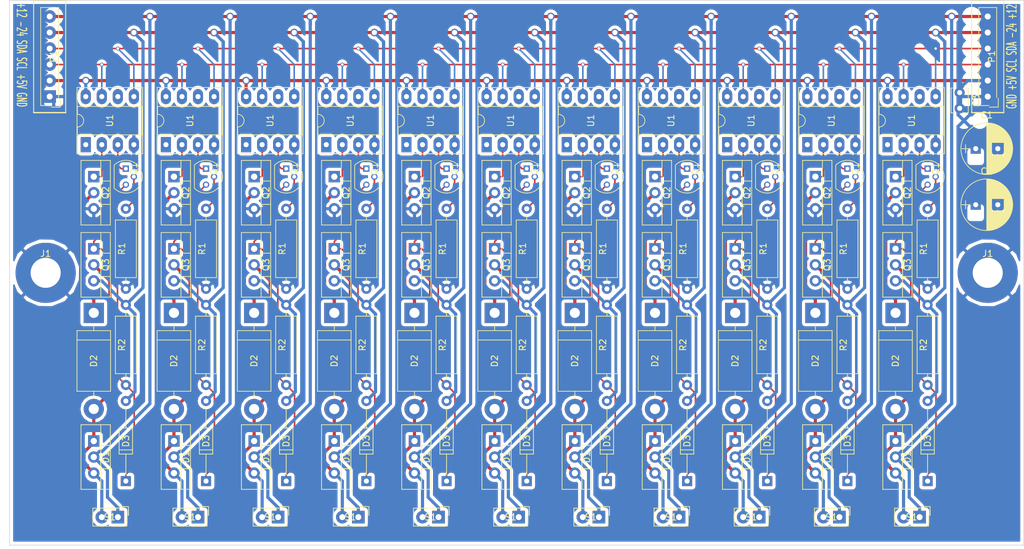
<source format=kicad_pcb>
(kicad_pcb (version 4) (host pcbnew 4.0.6)
  (layers (0 F.Cu signal) (31 B.Cu signal) (34 B.Paste user) (35 F.Paste user) (36 B.SilkS user) (37 F.SilkS user) (38 B.Mask user) (39 F.Mask user) (44 Edge.Cuts user))
  (net 0 "")
  (net 1 "Net-(D1-Pad1)")
  (net 2 +12V)
  (net 3 "Net-(D2-Pad1)")
  (net 4 "Net-(D3-Pad1)")
  (net 5 -24V)
  (net 6 GND)
  (net 7 +5V)
  (net 8 SCL)
  (net 9 SDA)
  (net 10 "Net-(Q1-Pad2)")
  (net 11 ONSET)
  (net 12 HOLD)
  (net 13 "Net-(U1-Pad1)")
  (net 14 LED)
  (module Connectors_Samtec:SL-102-X-XX_1x02 (layer F.Cu) (at 74.93 113.665 270)
    (fp_text reference S1 (at 0 1.27 360) (layer F.SilkS))
    (fp_text value "20Ω Solenoid")
    (pad 1 thru_hole rect (at 0 0 270) (size 2 2) (drill 0.95) (layers *.Cu *.Mask) (net 2 +12V))
    (pad 2 thru_hole circle (at 0 2.54 270) (size 2 2) (drill 0.95) (layers *.Cu *.Mask) (net 1 "Net-(D1-Pad1)"))
  )
  (module Connectors_Samtec:SL-106-X-XX_1x06 (layer F.Cu) (at 212.725 46.99 180)
    (fp_text reference P1 (at -0.635 6.35 270) (layer F.SilkS))
    (fp_text value CONN_1x6)
    (pad 1 thru_hole rect (at 0 0 180) (size 2 2) (drill 0.95) (layers *.Cu *.Mask) (net 6 GND))
    (pad 2 thru_hole circle (at 0 2.54 180) (size 2 2) (drill 0.95) (layers *.Cu *.Mask) (net 7 +5V))
    (pad 3 thru_hole circle (at 0 5.08 180) (size 2 2) (drill 0.95) (layers *.Cu *.Mask) (net 8 SCL))
    (pad 4 thru_hole circle (at 0 7.62 180) (size 2 2) (drill 0.95) (layers *.Cu *.Mask) (net 9 SDA))
    (pad 5 thru_hole circle (at 0 10.16 180) (size 2 2) (drill 0.95) (layers *.Cu *.Mask) (net 5 -24V))
    (pad 6 thru_hole circle (at 0 12.7 180) (size 2 2) (drill 0.95) (layers *.Cu *.Mask) (net 2 +12V))
  )
  (module Connectors_Samtec:SL-106-X-XX_1x06 (layer F.Cu) (at 56.515 41.91 180)
    (fp_text reference P1 (at -8.255 1.27 270) (layer F.SilkS))
    (fp_text value CONN_1x6)
    (pad 1 thru_hole rect (at -7.62 -5.08 180) (size 2 2) (drill 0.95) (layers *.Cu *.Mask) (net 6 GND))
    (pad 2 thru_hole circle (at -7.62 -2.54 180) (size 2 2) (drill 0.95) (layers *.Cu *.Mask) (net 7 +5V))
    (pad 3 thru_hole circle (at -7.62 0 180) (size 2 2) (drill 0.95) (layers *.Cu *.Mask) (net 8 SCL))
    (pad 4 thru_hole circle (at -7.62 2.54 180) (size 2 2) (drill 0.95) (layers *.Cu *.Mask) (net 9 SDA))
    (pad 5 thru_hole circle (at -7.62 5.08 180) (size 2 2) (drill 0.95) (layers *.Cu *.Mask) (net 5 -24V))
    (pad 6 thru_hole circle (at -7.62 7.62 180) (size 2 2) (drill 0.95) (layers *.Cu *.Mask) (net 2 +12V))
  )
  (module Connectors_Samtec:SL-102-X-XX_1x02 (layer F.Cu) (at 176.53 113.665 270)
    (fp_text reference S1 (at 0 1.27 360) (layer F.SilkS))
    (fp_text value "20Ω Solenoid")
    (pad 1 thru_hole rect (at 0 0 270) (size 2 2) (drill 0.95) (layers *.Cu *.Mask) (net 2 +12V))
    (pad 2 thru_hole circle (at 0 2.54 270) (size 2 2) (drill 0.95) (layers *.Cu *.Mask) (net 1 "Net-(D1-Pad1)"))
  )
  (module Resistors_THT:R_Axial_DIN0309_L9.0mm_D3.2mm_P12.70mm_Horizontal (layer F.Cu) (at 177.8 92.71 90)
    (fp_text reference R2 (at 6.35 -0.635 90) (layer F.SilkS))
    (fp_text value 4k7)
    (pad 1 thru_hole circle (at 0 0 90) (size 1.6 1.6) (drill 0.8) (layers *.Cu *.Mask) (net 4 "Net-(D3-Pad1)"))
    (pad 2 thru_hole oval (at 12.7 0 90) (size 1.6 1.6) (drill 0.8) (layers *.Cu *.Mask) (net 5 -24V))
  )
  (module Resistors_THT:R_Axial_DIN0309_L9.0mm_D3.2mm_P12.70mm_Horizontal (layer F.Cu) (at 177.8 77.47 90)
    (fp_text reference R1 (at 6.35 -0.635 90) (layer F.SilkS))
    (fp_text value 4k7)
    (pad 1 thru_hole circle (at 0 0 90) (size 1.6 1.6) (drill 0.8) (layers *.Cu *.Mask) (net 6 GND))
    (pad 2 thru_hole oval (at 12.7 0 90) (size 1.6 1.6) (drill 0.8) (layers *.Cu *.Mask) (net 10 "Net-(Q1-Pad2)"))
  )
  (module TO_SOT_Packages_THT:TO-220-3_Vertical (layer F.Cu) (at 172.72 71.12 270)
    (fp_text reference Q3 (at 2.54 -1.905 270) (layer F.SilkS))
    (fp_text value IRF610)
    (pad 1 thru_hole rect (at 0 0 270) (size 1.8 1.8) (drill 1) (layers *.Cu *.Mask) (net 4 "Net-(D3-Pad1)"))
    (pad 2 thru_hole oval (at 2.54 0 270) (size 1.8 1.8) (drill 1) (layers *.Cu *.Mask) (net 1 "Net-(D1-Pad1)"))
    (pad 3 thru_hole oval (at 5.08 0 270) (size 1.8 1.8) (drill 1) (layers *.Cu *.Mask) (net 5 -24V))
  )
  (module TO_SOT_Packages_THT:TO-220-3_Vertical (layer F.Cu) (at 172.72 59.69 270)
    (fp_text reference Q2 (at 2.54 -1.905 270) (layer F.SilkS))
    (fp_text value IRL640)
    (pad 1 thru_hole rect (at 0 0 270) (size 1.8 1.8) (drill 1) (layers *.Cu *.Mask) (net 12 HOLD))
    (pad 2 thru_hole oval (at 2.54 0 270) (size 1.8 1.8) (drill 1) (layers *.Cu *.Mask) (net 3 "Net-(D2-Pad1)"))
    (pad 3 thru_hole oval (at 5.08 0 270) (size 1.8 1.8) (drill 1) (layers *.Cu *.Mask) (net 6 GND))
  )
  (module TO_SOT_Packages_THT:TO-92_Molded_Narrow (layer F.Cu) (at 177.8 58.42 270)
    (fp_text reference Q1 (at 0 -1.27 270) (layer F.SilkS))
    (fp_text value 2N3906)
    (pad 2 thru_hole circle (at 1.27 -1.27) (size 1 1) (drill 0.6) (layers *.Cu *.Mask) (net 10 "Net-(Q1-Pad2)"))
    (pad 3 thru_hole circle (at 2.54 0) (size 1 1) (drill 0.6) (layers *.Cu *.Mask) (net 4 "Net-(D3-Pad1)"))
    (pad 1 thru_hole rect (at 0 0) (size 1 1) (drill 0.6) (layers *.Cu *.Mask) (net 11 ONSET))
  )
  (module Diodes_THT:D_DO-35_SOD27_P12.70mm_Horizontal (layer F.Cu) (at 177.8 107.95 90)
    (fp_text reference D3 (at 6.35 0 90) (layer F.SilkS))
    (fp_text value Z10V)
    (pad 1 thru_hole rect (at 0 0 90) (size 1.6 1.6) (drill 0.8) (layers *.Cu *.Mask) (net 4 "Net-(D3-Pad1)"))
    (pad 2 thru_hole oval (at 12.7 0 90) (size 1.6 1.6) (drill 0.8) (layers *.Cu *.Mask) (net 5 -24V))
  )
  (module Diodes_THT:D_DO-201AD_P15.24mm_Horizontal (layer F.Cu) (at 172.72 81.28 270)
    (fp_text reference D2 (at 7.62 0 270) (layer F.SilkS))
    (fp_text value SF52)
    (pad 1 thru_hole rect (at 0 0 270) (size 3.2 3.2) (drill 1.6) (layers *.Cu *.Mask) (net 3 "Net-(D2-Pad1)"))
    (pad 2 thru_hole oval (at 15.24 0 270) (size 3.2 3.2) (drill 1.6) (layers *.Cu *.Mask) (net 1 "Net-(D1-Pad1)"))
  )
  (module TO_SOT_Packages_THT:TO-220-3_Vertical (layer F.Cu) (at 172.72 101.6 270)
    (fp_text reference D1 (at 2.54 -1.905 270) (layer F.SilkS))
    (fp_text value BYV32-200)
    (pad 1 thru_hole rect (at 0 0 270) (size 1.8 1.8) (drill 1) (layers *.Cu *.Mask) (net 1 "Net-(D1-Pad1)"))
    (pad 2 thru_hole oval (at 2.54 0 270) (size 1.8 1.8) (drill 1) (layers *.Cu *.Mask) (net 2 +12V))
    (pad 3 thru_hole oval (at 5.08 0 270) (size 1.8 1.8) (drill 1) (layers *.Cu *.Mask) (net 1 "Net-(D1-Pad1)"))
  )
  (module TO_SOT_Packages_THT:TO-220-3_Vertical (layer F.Cu) (at 185.42 101.6 270)
    (fp_text reference D1 (at 2.54 -1.905 270) (layer F.SilkS))
    (fp_text value BYV32-200)
    (pad 1 thru_hole rect (at 0 0 270) (size 1.8 1.8) (drill 1) (layers *.Cu *.Mask) (net 1 "Net-(D1-Pad1)"))
    (pad 2 thru_hole oval (at 2.54 0 270) (size 1.8 1.8) (drill 1) (layers *.Cu *.Mask) (net 2 +12V))
    (pad 3 thru_hole oval (at 5.08 0 270) (size 1.8 1.8) (drill 1) (layers *.Cu *.Mask) (net 1 "Net-(D1-Pad1)"))
  )
  (module Diodes_THT:D_DO-201AD_P15.24mm_Horizontal (layer F.Cu) (at 185.42 81.28 270)
    (fp_text reference D2 (at 7.62 0 270) (layer F.SilkS))
    (fp_text value SF52)
    (pad 1 thru_hole rect (at 0 0 270) (size 3.2 3.2) (drill 1.6) (layers *.Cu *.Mask) (net 3 "Net-(D2-Pad1)"))
    (pad 2 thru_hole oval (at 15.24 0 270) (size 3.2 3.2) (drill 1.6) (layers *.Cu *.Mask) (net 1 "Net-(D1-Pad1)"))
  )
  (module Diodes_THT:D_DO-35_SOD27_P12.70mm_Horizontal (layer F.Cu) (at 190.5 107.95 90)
    (fp_text reference D3 (at 6.35 0 90) (layer F.SilkS))
    (fp_text value Z10V)
    (pad 1 thru_hole rect (at 0 0 90) (size 1.6 1.6) (drill 0.8) (layers *.Cu *.Mask) (net 4 "Net-(D3-Pad1)"))
    (pad 2 thru_hole oval (at 12.7 0 90) (size 1.6 1.6) (drill 0.8) (layers *.Cu *.Mask) (net 5 -24V))
  )
  (module TO_SOT_Packages_THT:TO-92_Molded_Narrow (layer F.Cu) (at 190.5 58.42 270)
    (fp_text reference Q1 (at 0 -1.27 270) (layer F.SilkS))
    (fp_text value 2N3906)
    (pad 2 thru_hole circle (at 1.27 -1.27) (size 1 1) (drill 0.6) (layers *.Cu *.Mask) (net 10 "Net-(Q1-Pad2)"))
    (pad 3 thru_hole circle (at 2.54 0) (size 1 1) (drill 0.6) (layers *.Cu *.Mask) (net 4 "Net-(D3-Pad1)"))
    (pad 1 thru_hole rect (at 0 0) (size 1 1) (drill 0.6) (layers *.Cu *.Mask) (net 11 ONSET))
  )
  (module TO_SOT_Packages_THT:TO-220-3_Vertical (layer F.Cu) (at 185.42 59.69 270)
    (fp_text reference Q2 (at 2.54 -1.905 270) (layer F.SilkS))
    (fp_text value IRL640)
    (pad 1 thru_hole rect (at 0 0 270) (size 1.8 1.8) (drill 1) (layers *.Cu *.Mask) (net 12 HOLD))
    (pad 2 thru_hole oval (at 2.54 0 270) (size 1.8 1.8) (drill 1) (layers *.Cu *.Mask) (net 3 "Net-(D2-Pad1)"))
    (pad 3 thru_hole oval (at 5.08 0 270) (size 1.8 1.8) (drill 1) (layers *.Cu *.Mask) (net 6 GND))
  )
  (module TO_SOT_Packages_THT:TO-220-3_Vertical (layer F.Cu) (at 185.42 71.12 270)
    (fp_text reference Q3 (at 2.54 -1.905 270) (layer F.SilkS))
    (fp_text value IRF610)
    (pad 1 thru_hole rect (at 0 0 270) (size 1.8 1.8) (drill 1) (layers *.Cu *.Mask) (net 4 "Net-(D3-Pad1)"))
    (pad 2 thru_hole oval (at 2.54 0 270) (size 1.8 1.8) (drill 1) (layers *.Cu *.Mask) (net 1 "Net-(D1-Pad1)"))
    (pad 3 thru_hole oval (at 5.08 0 270) (size 1.8 1.8) (drill 1) (layers *.Cu *.Mask) (net 5 -24V))
  )
  (module Resistors_THT:R_Axial_DIN0309_L9.0mm_D3.2mm_P12.70mm_Horizontal (layer F.Cu) (at 190.5 77.47 90)
    (fp_text reference R1 (at 6.35 -0.635 90) (layer F.SilkS))
    (fp_text value 4k7)
    (pad 1 thru_hole circle (at 0 0 90) (size 1.6 1.6) (drill 0.8) (layers *.Cu *.Mask) (net 6 GND))
    (pad 2 thru_hole oval (at 12.7 0 90) (size 1.6 1.6) (drill 0.8) (layers *.Cu *.Mask) (net 10 "Net-(Q1-Pad2)"))
  )
  (module Resistors_THT:R_Axial_DIN0309_L9.0mm_D3.2mm_P12.70mm_Horizontal (layer F.Cu) (at 190.5 92.71 90)
    (fp_text reference R2 (at 6.35 -0.635 90) (layer F.SilkS))
    (fp_text value 4k7)
    (pad 1 thru_hole circle (at 0 0 90) (size 1.6 1.6) (drill 0.8) (layers *.Cu *.Mask) (net 4 "Net-(D3-Pad1)"))
    (pad 2 thru_hole oval (at 12.7 0 90) (size 1.6 1.6) (drill 0.8) (layers *.Cu *.Mask) (net 5 -24V))
  )
  (module Connectors_Samtec:SL-102-X-XX_1x02 (layer F.Cu) (at 189.23 113.665 270)
    (fp_text reference S1 (at 0 1.27 360) (layer F.SilkS))
    (fp_text value "20Ω Solenoid")
    (pad 1 thru_hole rect (at 0 0 270) (size 2 2) (drill 0.95) (layers *.Cu *.Mask) (net 2 +12V))
    (pad 2 thru_hole circle (at 0 2.54 270) (size 2 2) (drill 0.95) (layers *.Cu *.Mask) (net 1 "Net-(D1-Pad1)"))
  )
  (module TO_SOT_Packages_THT:TO-220-3_Vertical (layer F.Cu) (at 198.12 101.6 270)
    (fp_text reference D1 (at 2.54 -1.905 270) (layer F.SilkS))
    (fp_text value BYV32-200)
    (pad 1 thru_hole rect (at 0 0 270) (size 1.8 1.8) (drill 1) (layers *.Cu *.Mask) (net 1 "Net-(D1-Pad1)"))
    (pad 2 thru_hole oval (at 2.54 0 270) (size 1.8 1.8) (drill 1) (layers *.Cu *.Mask) (net 2 +12V))
    (pad 3 thru_hole oval (at 5.08 0 270) (size 1.8 1.8) (drill 1) (layers *.Cu *.Mask) (net 1 "Net-(D1-Pad1)"))
  )
  (module Diodes_THT:D_DO-201AD_P15.24mm_Horizontal (layer F.Cu) (at 198.12 81.28 270)
    (fp_text reference D2 (at 7.62 0 270) (layer F.SilkS))
    (fp_text value SF52)
    (pad 1 thru_hole rect (at 0 0 270) (size 3.2 3.2) (drill 1.6) (layers *.Cu *.Mask) (net 3 "Net-(D2-Pad1)"))
    (pad 2 thru_hole oval (at 15.24 0 270) (size 3.2 3.2) (drill 1.6) (layers *.Cu *.Mask) (net 1 "Net-(D1-Pad1)"))
  )
  (module Diodes_THT:D_DO-35_SOD27_P12.70mm_Horizontal (layer F.Cu) (at 203.2 107.95 90)
    (fp_text reference D3 (at 6.35 0 90) (layer F.SilkS))
    (fp_text value Z10V)
    (pad 1 thru_hole rect (at 0 0 90) (size 1.6 1.6) (drill 0.8) (layers *.Cu *.Mask) (net 4 "Net-(D3-Pad1)"))
    (pad 2 thru_hole oval (at 12.7 0 90) (size 1.6 1.6) (drill 0.8) (layers *.Cu *.Mask) (net 5 -24V))
  )
  (module TO_SOT_Packages_THT:TO-92_Molded_Narrow (layer F.Cu) (at 203.2 58.42 270)
    (fp_text reference Q1 (at 0 -1.27 270) (layer F.SilkS))
    (fp_text value 2N3906)
    (pad 2 thru_hole circle (at 1.27 -1.27) (size 1 1) (drill 0.6) (layers *.Cu *.Mask) (net 10 "Net-(Q1-Pad2)"))
    (pad 3 thru_hole circle (at 2.54 0) (size 1 1) (drill 0.6) (layers *.Cu *.Mask) (net 4 "Net-(D3-Pad1)"))
    (pad 1 thru_hole rect (at 0 0) (size 1 1) (drill 0.6) (layers *.Cu *.Mask) (net 11 ONSET))
  )
  (module TO_SOT_Packages_THT:TO-220-3_Vertical (layer F.Cu) (at 198.12 59.69 270)
    (fp_text reference Q2 (at 2.54 -1.905 270) (layer F.SilkS))
    (fp_text value IRL640)
    (pad 1 thru_hole rect (at 0 0 270) (size 1.8 1.8) (drill 1) (layers *.Cu *.Mask) (net 12 HOLD))
    (pad 2 thru_hole oval (at 2.54 0 270) (size 1.8 1.8) (drill 1) (layers *.Cu *.Mask) (net 3 "Net-(D2-Pad1)"))
    (pad 3 thru_hole oval (at 5.08 0 270) (size 1.8 1.8) (drill 1) (layers *.Cu *.Mask) (net 6 GND))
  )
  (module TO_SOT_Packages_THT:TO-220-3_Vertical (layer F.Cu) (at 198.12 71.12 270)
    (fp_text reference Q3 (at 2.54 -1.905 270) (layer F.SilkS))
    (fp_text value IRF610)
    (pad 1 thru_hole rect (at 0 0 270) (size 1.8 1.8) (drill 1) (layers *.Cu *.Mask) (net 4 "Net-(D3-Pad1)"))
    (pad 2 thru_hole oval (at 2.54 0 270) (size 1.8 1.8) (drill 1) (layers *.Cu *.Mask) (net 1 "Net-(D1-Pad1)"))
    (pad 3 thru_hole oval (at 5.08 0 270) (size 1.8 1.8) (drill 1) (layers *.Cu *.Mask) (net 5 -24V))
  )
  (module Resistors_THT:R_Axial_DIN0309_L9.0mm_D3.2mm_P12.70mm_Horizontal (layer F.Cu) (at 203.2 77.47 90)
    (fp_text reference R1 (at 6.35 -0.635 90) (layer F.SilkS))
    (fp_text value 4k7)
    (pad 1 thru_hole circle (at 0 0 90) (size 1.6 1.6) (drill 0.8) (layers *.Cu *.Mask) (net 6 GND))
    (pad 2 thru_hole oval (at 12.7 0 90) (size 1.6 1.6) (drill 0.8) (layers *.Cu *.Mask) (net 10 "Net-(Q1-Pad2)"))
  )
  (module Resistors_THT:R_Axial_DIN0309_L9.0mm_D3.2mm_P12.70mm_Horizontal (layer F.Cu) (at 203.2 92.71 90)
    (fp_text reference R2 (at 6.35 -0.635 90) (layer F.SilkS))
    (fp_text value 4k7)
    (pad 1 thru_hole circle (at 0 0 90) (size 1.6 1.6) (drill 0.8) (layers *.Cu *.Mask) (net 4 "Net-(D3-Pad1)"))
    (pad 2 thru_hole oval (at 12.7 0 90) (size 1.6 1.6) (drill 0.8) (layers *.Cu *.Mask) (net 5 -24V))
  )
  (module Connectors_Samtec:SL-102-X-XX_1x02 (layer F.Cu) (at 201.93 113.665 270)
    (fp_text reference S1 (at 0 1.27 360) (layer F.SilkS))
    (fp_text value "20Ω Solenoid")
    (pad 1 thru_hole rect (at 0 0 270) (size 2 2) (drill 0.95) (layers *.Cu *.Mask) (net 2 +12V))
    (pad 2 thru_hole circle (at 0 2.54 270) (size 2 2) (drill 0.95) (layers *.Cu *.Mask) (net 1 "Net-(D1-Pad1)"))
  )
  (module Connectors_Samtec:SL-102-X-XX_1x02 (layer F.Cu) (at 125.73 113.665 270)
    (fp_text reference S1 (at 0 1.27 360) (layer F.SilkS))
    (fp_text value "20Ω Solenoid")
    (pad 1 thru_hole rect (at 0 0 270) (size 2 2) (drill 0.95) (layers *.Cu *.Mask) (net 2 +12V))
    (pad 2 thru_hole circle (at 0 2.54 270) (size 2 2) (drill 0.95) (layers *.Cu *.Mask) (net 1 "Net-(D1-Pad1)"))
  )
  (module Resistors_THT:R_Axial_DIN0309_L9.0mm_D3.2mm_P12.70mm_Horizontal (layer F.Cu) (at 127 92.71 90)
    (fp_text reference R2 (at 6.35 -0.635 90) (layer F.SilkS))
    (fp_text value 4k7)
    (pad 1 thru_hole circle (at 0 0 90) (size 1.6 1.6) (drill 0.8) (layers *.Cu *.Mask) (net 4 "Net-(D3-Pad1)"))
    (pad 2 thru_hole oval (at 12.7 0 90) (size 1.6 1.6) (drill 0.8) (layers *.Cu *.Mask) (net 5 -24V))
  )
  (module Resistors_THT:R_Axial_DIN0309_L9.0mm_D3.2mm_P12.70mm_Horizontal (layer F.Cu) (at 127 77.47 90)
    (fp_text reference R1 (at 6.35 -0.635 90) (layer F.SilkS))
    (fp_text value 4k7)
    (pad 1 thru_hole circle (at 0 0 90) (size 1.6 1.6) (drill 0.8) (layers *.Cu *.Mask) (net 6 GND))
    (pad 2 thru_hole oval (at 12.7 0 90) (size 1.6 1.6) (drill 0.8) (layers *.Cu *.Mask) (net 10 "Net-(Q1-Pad2)"))
  )
  (module TO_SOT_Packages_THT:TO-220-3_Vertical (layer F.Cu) (at 121.92 71.12 270)
    (fp_text reference Q3 (at 2.54 -1.905 270) (layer F.SilkS))
    (fp_text value IRF610)
    (pad 1 thru_hole rect (at 0 0 270) (size 1.8 1.8) (drill 1) (layers *.Cu *.Mask) (net 4 "Net-(D3-Pad1)"))
    (pad 2 thru_hole oval (at 2.54 0 270) (size 1.8 1.8) (drill 1) (layers *.Cu *.Mask) (net 1 "Net-(D1-Pad1)"))
    (pad 3 thru_hole oval (at 5.08 0 270) (size 1.8 1.8) (drill 1) (layers *.Cu *.Mask) (net 5 -24V))
  )
  (module TO_SOT_Packages_THT:TO-220-3_Vertical (layer F.Cu) (at 121.92 59.69 270)
    (fp_text reference Q2 (at 2.54 -1.905 270) (layer F.SilkS))
    (fp_text value IRL640)
    (pad 1 thru_hole rect (at 0 0 270) (size 1.8 1.8) (drill 1) (layers *.Cu *.Mask) (net 12 HOLD))
    (pad 2 thru_hole oval (at 2.54 0 270) (size 1.8 1.8) (drill 1) (layers *.Cu *.Mask) (net 3 "Net-(D2-Pad1)"))
    (pad 3 thru_hole oval (at 5.08 0 270) (size 1.8 1.8) (drill 1) (layers *.Cu *.Mask) (net 6 GND))
  )
  (module TO_SOT_Packages_THT:TO-92_Molded_Narrow (layer F.Cu) (at 127 58.42 270)
    (fp_text reference Q1 (at 0 -1.27 270) (layer F.SilkS))
    (fp_text value 2N3906)
    (pad 2 thru_hole circle (at 1.27 -1.27) (size 1 1) (drill 0.6) (layers *.Cu *.Mask) (net 10 "Net-(Q1-Pad2)"))
    (pad 3 thru_hole circle (at 2.54 0) (size 1 1) (drill 0.6) (layers *.Cu *.Mask) (net 4 "Net-(D3-Pad1)"))
    (pad 1 thru_hole rect (at 0 0) (size 1 1) (drill 0.6) (layers *.Cu *.Mask) (net 11 ONSET))
  )
  (module Diodes_THT:D_DO-35_SOD27_P12.70mm_Horizontal (layer F.Cu) (at 127 107.95 90)
    (fp_text reference D3 (at 6.35 0 90) (layer F.SilkS))
    (fp_text value Z10V)
    (pad 1 thru_hole rect (at 0 0 90) (size 1.6 1.6) (drill 0.8) (layers *.Cu *.Mask) (net 4 "Net-(D3-Pad1)"))
    (pad 2 thru_hole oval (at 12.7 0 90) (size 1.6 1.6) (drill 0.8) (layers *.Cu *.Mask) (net 5 -24V))
  )
  (module Diodes_THT:D_DO-201AD_P15.24mm_Horizontal (layer F.Cu) (at 121.92 81.28 270)
    (fp_text reference D2 (at 7.62 0 270) (layer F.SilkS))
    (fp_text value SF52)
    (pad 1 thru_hole rect (at 0 0 270) (size 3.2 3.2) (drill 1.6) (layers *.Cu *.Mask) (net 3 "Net-(D2-Pad1)"))
    (pad 2 thru_hole oval (at 15.24 0 270) (size 3.2 3.2) (drill 1.6) (layers *.Cu *.Mask) (net 1 "Net-(D1-Pad1)"))
  )
  (module TO_SOT_Packages_THT:TO-220-3_Vertical (layer F.Cu) (at 121.92 101.6 270)
    (fp_text reference D1 (at 2.54 -1.905 270) (layer F.SilkS))
    (fp_text value BYV32-200)
    (pad 1 thru_hole rect (at 0 0 270) (size 1.8 1.8) (drill 1) (layers *.Cu *.Mask) (net 1 "Net-(D1-Pad1)"))
    (pad 2 thru_hole oval (at 2.54 0 270) (size 1.8 1.8) (drill 1) (layers *.Cu *.Mask) (net 2 +12V))
    (pad 3 thru_hole oval (at 5.08 0 270) (size 1.8 1.8) (drill 1) (layers *.Cu *.Mask) (net 1 "Net-(D1-Pad1)"))
  )
  (module TO_SOT_Packages_THT:TO-220-3_Vertical (layer F.Cu) (at 134.62 101.6 270)
    (fp_text reference D1 (at 2.54 -1.905 270) (layer F.SilkS))
    (fp_text value BYV32-200)
    (pad 1 thru_hole rect (at 0 0 270) (size 1.8 1.8) (drill 1) (layers *.Cu *.Mask) (net 1 "Net-(D1-Pad1)"))
    (pad 2 thru_hole oval (at 2.54 0 270) (size 1.8 1.8) (drill 1) (layers *.Cu *.Mask) (net 2 +12V))
    (pad 3 thru_hole oval (at 5.08 0 270) (size 1.8 1.8) (drill 1) (layers *.Cu *.Mask) (net 1 "Net-(D1-Pad1)"))
  )
  (module Diodes_THT:D_DO-201AD_P15.24mm_Horizontal (layer F.Cu) (at 134.62 81.28 270)
    (fp_text reference D2 (at 7.62 0 270) (layer F.SilkS))
    (fp_text value SF52)
    (pad 1 thru_hole rect (at 0 0 270) (size 3.2 3.2) (drill 1.6) (layers *.Cu *.Mask) (net 3 "Net-(D2-Pad1)"))
    (pad 2 thru_hole oval (at 15.24 0 270) (size 3.2 3.2) (drill 1.6) (layers *.Cu *.Mask) (net 1 "Net-(D1-Pad1)"))
  )
  (module Diodes_THT:D_DO-35_SOD27_P12.70mm_Horizontal (layer F.Cu) (at 139.7 107.95 90)
    (fp_text reference D3 (at 6.35 0 90) (layer F.SilkS))
    (fp_text value Z10V)
    (pad 1 thru_hole rect (at 0 0 90) (size 1.6 1.6) (drill 0.8) (layers *.Cu *.Mask) (net 4 "Net-(D3-Pad1)"))
    (pad 2 thru_hole oval (at 12.7 0 90) (size 1.6 1.6) (drill 0.8) (layers *.Cu *.Mask) (net 5 -24V))
  )
  (module TO_SOT_Packages_THT:TO-92_Molded_Narrow (layer F.Cu) (at 139.7 58.42 270)
    (fp_text reference Q1 (at 0 -1.27 270) (layer F.SilkS))
    (fp_text value 2N3906)
    (pad 2 thru_hole circle (at 1.27 -1.27) (size 1 1) (drill 0.6) (layers *.Cu *.Mask) (net 10 "Net-(Q1-Pad2)"))
    (pad 3 thru_hole circle (at 2.54 0) (size 1 1) (drill 0.6) (layers *.Cu *.Mask) (net 4 "Net-(D3-Pad1)"))
    (pad 1 thru_hole rect (at 0 0) (size 1 1) (drill 0.6) (layers *.Cu *.Mask) (net 11 ONSET))
  )
  (module TO_SOT_Packages_THT:TO-220-3_Vertical (layer F.Cu) (at 134.62 59.69 270)
    (fp_text reference Q2 (at 2.54 -1.905 270) (layer F.SilkS))
    (fp_text value IRL640)
    (pad 1 thru_hole rect (at 0 0 270) (size 1.8 1.8) (drill 1) (layers *.Cu *.Mask) (net 12 HOLD))
    (pad 2 thru_hole oval (at 2.54 0 270) (size 1.8 1.8) (drill 1) (layers *.Cu *.Mask) (net 3 "Net-(D2-Pad1)"))
    (pad 3 thru_hole oval (at 5.08 0 270) (size 1.8 1.8) (drill 1) (layers *.Cu *.Mask) (net 6 GND))
  )
  (module TO_SOT_Packages_THT:TO-220-3_Vertical (layer F.Cu) (at 134.62 71.12 270)
    (fp_text reference Q3 (at 2.54 -1.905 270) (layer F.SilkS))
    (fp_text value IRF610)
    (pad 1 thru_hole rect (at 0 0 270) (size 1.8 1.8) (drill 1) (layers *.Cu *.Mask) (net 4 "Net-(D3-Pad1)"))
    (pad 2 thru_hole oval (at 2.54 0 270) (size 1.8 1.8) (drill 1) (layers *.Cu *.Mask) (net 1 "Net-(D1-Pad1)"))
    (pad 3 thru_hole oval (at 5.08 0 270) (size 1.8 1.8) (drill 1) (layers *.Cu *.Mask) (net 5 -24V))
  )
  (module Resistors_THT:R_Axial_DIN0309_L9.0mm_D3.2mm_P12.70mm_Horizontal (layer F.Cu) (at 139.7 77.47 90)
    (fp_text reference R1 (at 6.35 -0.635 90) (layer F.SilkS))
    (fp_text value 4k7)
    (pad 1 thru_hole circle (at 0 0 90) (size 1.6 1.6) (drill 0.8) (layers *.Cu *.Mask) (net 6 GND))
    (pad 2 thru_hole oval (at 12.7 0 90) (size 1.6 1.6) (drill 0.8) (layers *.Cu *.Mask) (net 10 "Net-(Q1-Pad2)"))
  )
  (module Resistors_THT:R_Axial_DIN0309_L9.0mm_D3.2mm_P12.70mm_Horizontal (layer F.Cu) (at 139.7 92.71 90)
    (fp_text reference R2 (at 6.35 -0.635 90) (layer F.SilkS))
    (fp_text value 4k7)
    (pad 1 thru_hole circle (at 0 0 90) (size 1.6 1.6) (drill 0.8) (layers *.Cu *.Mask) (net 4 "Net-(D3-Pad1)"))
    (pad 2 thru_hole oval (at 12.7 0 90) (size 1.6 1.6) (drill 0.8) (layers *.Cu *.Mask) (net 5 -24V))
  )
  (module Connectors_Samtec:SL-102-X-XX_1x02 (layer F.Cu) (at 138.43 113.665 270)
    (fp_text reference S1 (at 0 1.27 360) (layer F.SilkS))
    (fp_text value "20Ω Solenoid")
    (pad 1 thru_hole rect (at 0 0 270) (size 2 2) (drill 0.95) (layers *.Cu *.Mask) (net 2 +12V))
    (pad 2 thru_hole circle (at 0 2.54 270) (size 2 2) (drill 0.95) (layers *.Cu *.Mask) (net 1 "Net-(D1-Pad1)"))
  )
  (module Connectors_Samtec:SL-102-X-XX_1x02 (layer F.Cu) (at 163.83 113.665 270)
    (fp_text reference S1 (at 0 1.27 360) (layer F.SilkS))
    (fp_text value "20Ω Solenoid")
    (pad 1 thru_hole rect (at 0 0 270) (size 2 2) (drill 0.95) (layers *.Cu *.Mask) (net 2 +12V))
    (pad 2 thru_hole circle (at 0 2.54 270) (size 2 2) (drill 0.95) (layers *.Cu *.Mask) (net 1 "Net-(D1-Pad1)"))
  )
  (module Resistors_THT:R_Axial_DIN0309_L9.0mm_D3.2mm_P12.70mm_Horizontal (layer F.Cu) (at 165.1 92.71 90)
    (fp_text reference R2 (at 6.35 -0.635 90) (layer F.SilkS))
    (fp_text value 4k7)
    (pad 1 thru_hole circle (at 0 0 90) (size 1.6 1.6) (drill 0.8) (layers *.Cu *.Mask) (net 4 "Net-(D3-Pad1)"))
    (pad 2 thru_hole oval (at 12.7 0 90) (size 1.6 1.6) (drill 0.8) (layers *.Cu *.Mask) (net 5 -24V))
  )
  (module Resistors_THT:R_Axial_DIN0309_L9.0mm_D3.2mm_P12.70mm_Horizontal (layer F.Cu) (at 165.1 77.47 90)
    (fp_text reference R1 (at 6.35 -0.635 90) (layer F.SilkS))
    (fp_text value 4k7)
    (pad 1 thru_hole circle (at 0 0 90) (size 1.6 1.6) (drill 0.8) (layers *.Cu *.Mask) (net 6 GND))
    (pad 2 thru_hole oval (at 12.7 0 90) (size 1.6 1.6) (drill 0.8) (layers *.Cu *.Mask) (net 10 "Net-(Q1-Pad2)"))
  )
  (module TO_SOT_Packages_THT:TO-220-3_Vertical (layer F.Cu) (at 160.02 71.12 270)
    (fp_text reference Q3 (at 2.54 -1.905 270) (layer F.SilkS))
    (fp_text value IRF610)
    (pad 1 thru_hole rect (at 0 0 270) (size 1.8 1.8) (drill 1) (layers *.Cu *.Mask) (net 4 "Net-(D3-Pad1)"))
    (pad 2 thru_hole oval (at 2.54 0 270) (size 1.8 1.8) (drill 1) (layers *.Cu *.Mask) (net 1 "Net-(D1-Pad1)"))
    (pad 3 thru_hole oval (at 5.08 0 270) (size 1.8 1.8) (drill 1) (layers *.Cu *.Mask) (net 5 -24V))
  )
  (module TO_SOT_Packages_THT:TO-220-3_Vertical (layer F.Cu) (at 160.02 59.69 270)
    (fp_text reference Q2 (at 2.54 -1.905 270) (layer F.SilkS))
    (fp_text value IRL640)
    (pad 1 thru_hole rect (at 0 0 270) (size 1.8 1.8) (drill 1) (layers *.Cu *.Mask) (net 12 HOLD))
    (pad 2 thru_hole oval (at 2.54 0 270) (size 1.8 1.8) (drill 1) (layers *.Cu *.Mask) (net 3 "Net-(D2-Pad1)"))
    (pad 3 thru_hole oval (at 5.08 0 270) (size 1.8 1.8) (drill 1) (layers *.Cu *.Mask) (net 6 GND))
  )
  (module TO_SOT_Packages_THT:TO-92_Molded_Narrow (layer F.Cu) (at 165.1 58.42 270)
    (fp_text reference Q1 (at 0 -1.27 270) (layer F.SilkS))
    (fp_text value 2N3906)
    (pad 2 thru_hole circle (at 1.27 -1.27) (size 1 1) (drill 0.6) (layers *.Cu *.Mask) (net 10 "Net-(Q1-Pad2)"))
    (pad 3 thru_hole circle (at 2.54 0) (size 1 1) (drill 0.6) (layers *.Cu *.Mask) (net 4 "Net-(D3-Pad1)"))
    (pad 1 thru_hole rect (at 0 0) (size 1 1) (drill 0.6) (layers *.Cu *.Mask) (net 11 ONSET))
  )
  (module Diodes_THT:D_DO-35_SOD27_P12.70mm_Horizontal (layer F.Cu) (at 165.1 107.95 90)
    (fp_text reference D3 (at 6.35 0 90) (layer F.SilkS))
    (fp_text value Z10V)
    (pad 1 thru_hole rect (at 0 0 90) (size 1.6 1.6) (drill 0.8) (layers *.Cu *.Mask) (net 4 "Net-(D3-Pad1)"))
    (pad 2 thru_hole oval (at 12.7 0 90) (size 1.6 1.6) (drill 0.8) (layers *.Cu *.Mask) (net 5 -24V))
  )
  (module Diodes_THT:D_DO-201AD_P15.24mm_Horizontal (layer F.Cu) (at 160.02 81.28 270)
    (fp_text reference D2 (at 7.62 0 270) (layer F.SilkS))
    (fp_text value SF52)
    (pad 1 thru_hole rect (at 0 0 270) (size 3.2 3.2) (drill 1.6) (layers *.Cu *.Mask) (net 3 "Net-(D2-Pad1)"))
    (pad 2 thru_hole oval (at 15.24 0 270) (size 3.2 3.2) (drill 1.6) (layers *.Cu *.Mask) (net 1 "Net-(D1-Pad1)"))
  )
  (module TO_SOT_Packages_THT:TO-220-3_Vertical (layer F.Cu) (at 160.02 101.6 270)
    (fp_text reference D1 (at 2.54 -1.905 270) (layer F.SilkS))
    (fp_text value BYV32-200)
    (pad 1 thru_hole rect (at 0 0 270) (size 1.8 1.8) (drill 1) (layers *.Cu *.Mask) (net 1 "Net-(D1-Pad1)"))
    (pad 2 thru_hole oval (at 2.54 0 270) (size 1.8 1.8) (drill 1) (layers *.Cu *.Mask) (net 2 +12V))
    (pad 3 thru_hole oval (at 5.08 0 270) (size 1.8 1.8) (drill 1) (layers *.Cu *.Mask) (net 1 "Net-(D1-Pad1)"))
  )
  (module TO_SOT_Packages_THT:TO-220-3_Vertical (layer F.Cu) (at 147.32 101.6 270)
    (fp_text reference D1 (at 2.54 -1.905 270) (layer F.SilkS))
    (fp_text value BYV32-200)
    (pad 1 thru_hole rect (at 0 0 270) (size 1.8 1.8) (drill 1) (layers *.Cu *.Mask) (net 1 "Net-(D1-Pad1)"))
    (pad 2 thru_hole oval (at 2.54 0 270) (size 1.8 1.8) (drill 1) (layers *.Cu *.Mask) (net 2 +12V))
    (pad 3 thru_hole oval (at 5.08 0 270) (size 1.8 1.8) (drill 1) (layers *.Cu *.Mask) (net 1 "Net-(D1-Pad1)"))
  )
  (module Diodes_THT:D_DO-201AD_P15.24mm_Horizontal (layer F.Cu) (at 147.32 81.28 270)
    (fp_text reference D2 (at 7.62 0 270) (layer F.SilkS))
    (fp_text value SF52)
    (pad 1 thru_hole rect (at 0 0 270) (size 3.2 3.2) (drill 1.6) (layers *.Cu *.Mask) (net 3 "Net-(D2-Pad1)"))
    (pad 2 thru_hole oval (at 15.24 0 270) (size 3.2 3.2) (drill 1.6) (layers *.Cu *.Mask) (net 1 "Net-(D1-Pad1)"))
  )
  (module Diodes_THT:D_DO-35_SOD27_P12.70mm_Horizontal (layer F.Cu) (at 152.4 107.95 90)
    (fp_text reference D3 (at 6.35 0 90) (layer F.SilkS))
    (fp_text value Z10V)
    (pad 1 thru_hole rect (at 0 0 90) (size 1.6 1.6) (drill 0.8) (layers *.Cu *.Mask) (net 4 "Net-(D3-Pad1)"))
    (pad 2 thru_hole oval (at 12.7 0 90) (size 1.6 1.6) (drill 0.8) (layers *.Cu *.Mask) (net 5 -24V))
  )
  (module TO_SOT_Packages_THT:TO-92_Molded_Narrow (layer F.Cu) (at 152.4 58.42 270)
    (fp_text reference Q1 (at 0 -1.27 270) (layer F.SilkS))
    (fp_text value 2N3906)
    (pad 2 thru_hole circle (at 1.27 -1.27) (size 1 1) (drill 0.6) (layers *.Cu *.Mask) (net 10 "Net-(Q1-Pad2)"))
    (pad 3 thru_hole circle (at 2.54 0) (size 1 1) (drill 0.6) (layers *.Cu *.Mask) (net 4 "Net-(D3-Pad1)"))
    (pad 1 thru_hole rect (at 0 0) (size 1 1) (drill 0.6) (layers *.Cu *.Mask) (net 11 ONSET))
  )
  (module TO_SOT_Packages_THT:TO-220-3_Vertical (layer F.Cu) (at 147.32 59.69 270)
    (fp_text reference Q2 (at 2.54 -1.905 270) (layer F.SilkS))
    (fp_text value IRL640)
    (pad 1 thru_hole rect (at 0 0 270) (size 1.8 1.8) (drill 1) (layers *.Cu *.Mask) (net 12 HOLD))
    (pad 2 thru_hole oval (at 2.54 0 270) (size 1.8 1.8) (drill 1) (layers *.Cu *.Mask) (net 3 "Net-(D2-Pad1)"))
    (pad 3 thru_hole oval (at 5.08 0 270) (size 1.8 1.8) (drill 1) (layers *.Cu *.Mask) (net 6 GND))
  )
  (module TO_SOT_Packages_THT:TO-220-3_Vertical (layer F.Cu) (at 147.32 71.12 270)
    (fp_text reference Q3 (at 2.54 -1.905 270) (layer F.SilkS))
    (fp_text value IRF610)
    (pad 1 thru_hole rect (at 0 0 270) (size 1.8 1.8) (drill 1) (layers *.Cu *.Mask) (net 4 "Net-(D3-Pad1)"))
    (pad 2 thru_hole oval (at 2.54 0 270) (size 1.8 1.8) (drill 1) (layers *.Cu *.Mask) (net 1 "Net-(D1-Pad1)"))
    (pad 3 thru_hole oval (at 5.08 0 270) (size 1.8 1.8) (drill 1) (layers *.Cu *.Mask) (net 5 -24V))
  )
  (module Resistors_THT:R_Axial_DIN0309_L9.0mm_D3.2mm_P12.70mm_Horizontal (layer F.Cu) (at 152.4 77.47 90)
    (fp_text reference R1 (at 6.35 -0.635 90) (layer F.SilkS))
    (fp_text value 4k7)
    (pad 1 thru_hole circle (at 0 0 90) (size 1.6 1.6) (drill 0.8) (layers *.Cu *.Mask) (net 6 GND))
    (pad 2 thru_hole oval (at 12.7 0 90) (size 1.6 1.6) (drill 0.8) (layers *.Cu *.Mask) (net 10 "Net-(Q1-Pad2)"))
  )
  (module Resistors_THT:R_Axial_DIN0309_L9.0mm_D3.2mm_P12.70mm_Horizontal (layer F.Cu) (at 152.4 92.71 90)
    (fp_text reference R2 (at 6.35 -0.635 90) (layer F.SilkS))
    (fp_text value 4k7)
    (pad 1 thru_hole circle (at 0 0 90) (size 1.6 1.6) (drill 0.8) (layers *.Cu *.Mask) (net 4 "Net-(D3-Pad1)"))
    (pad 2 thru_hole oval (at 12.7 0 90) (size 1.6 1.6) (drill 0.8) (layers *.Cu *.Mask) (net 5 -24V))
  )
  (module Connectors_Samtec:SL-102-X-XX_1x02 (layer F.Cu) (at 151.13 113.665 270)
    (fp_text reference S1 (at 0 1.27 360) (layer F.SilkS))
    (fp_text value "20Ω Solenoid")
    (pad 1 thru_hole rect (at 0 0 270) (size 2 2) (drill 0.95) (layers *.Cu *.Mask) (net 2 +12V))
    (pad 2 thru_hole circle (at 0 2.54 270) (size 2 2) (drill 0.95) (layers *.Cu *.Mask) (net 1 "Net-(D1-Pad1)"))
  )
  (module Connectors_Samtec:SL-102-X-XX_1x02 (layer F.Cu) (at 100.33 113.665 270)
    (fp_text reference S1 (at 0 1.27 360) (layer F.SilkS))
    (fp_text value "20Ω Solenoid")
    (pad 1 thru_hole rect (at 0 0 270) (size 2 2) (drill 0.95) (layers *.Cu *.Mask) (net 2 +12V))
    (pad 2 thru_hole circle (at 0 2.54 270) (size 2 2) (drill 0.95) (layers *.Cu *.Mask) (net 1 "Net-(D1-Pad1)"))
  )
  (module Resistors_THT:R_Axial_DIN0309_L9.0mm_D3.2mm_P12.70mm_Horizontal (layer F.Cu) (at 101.6 92.71 90)
    (fp_text reference R2 (at 6.35 -0.635 90) (layer F.SilkS))
    (fp_text value 4k7)
    (pad 1 thru_hole circle (at 0 0 90) (size 1.6 1.6) (drill 0.8) (layers *.Cu *.Mask) (net 4 "Net-(D3-Pad1)"))
    (pad 2 thru_hole oval (at 12.7 0 90) (size 1.6 1.6) (drill 0.8) (layers *.Cu *.Mask) (net 5 -24V))
  )
  (module Resistors_THT:R_Axial_DIN0309_L9.0mm_D3.2mm_P12.70mm_Horizontal (layer F.Cu) (at 101.6 77.47 90)
    (fp_text reference R1 (at 6.35 -0.635 90) (layer F.SilkS))
    (fp_text value 4k7)
    (pad 1 thru_hole circle (at 0 0 90) (size 1.6 1.6) (drill 0.8) (layers *.Cu *.Mask) (net 6 GND))
    (pad 2 thru_hole oval (at 12.7 0 90) (size 1.6 1.6) (drill 0.8) (layers *.Cu *.Mask) (net 10 "Net-(Q1-Pad2)"))
  )
  (module TO_SOT_Packages_THT:TO-220-3_Vertical (layer F.Cu) (at 96.52 71.12 270)
    (fp_text reference Q3 (at 2.54 -1.905 270) (layer F.SilkS))
    (fp_text value IRF610)
    (pad 1 thru_hole rect (at 0 0 270) (size 1.8 1.8) (drill 1) (layers *.Cu *.Mask) (net 4 "Net-(D3-Pad1)"))
    (pad 2 thru_hole oval (at 2.54 0 270) (size 1.8 1.8) (drill 1) (layers *.Cu *.Mask) (net 1 "Net-(D1-Pad1)"))
    (pad 3 thru_hole oval (at 5.08 0 270) (size 1.8 1.8) (drill 1) (layers *.Cu *.Mask) (net 5 -24V))
  )
  (module TO_SOT_Packages_THT:TO-220-3_Vertical (layer F.Cu) (at 96.52 59.69 270)
    (fp_text reference Q2 (at 2.54 -1.905 270) (layer F.SilkS))
    (fp_text value IRL640)
    (pad 1 thru_hole rect (at 0 0 270) (size 1.8 1.8) (drill 1) (layers *.Cu *.Mask) (net 12 HOLD))
    (pad 2 thru_hole oval (at 2.54 0 270) (size 1.8 1.8) (drill 1) (layers *.Cu *.Mask) (net 3 "Net-(D2-Pad1)"))
    (pad 3 thru_hole oval (at 5.08 0 270) (size 1.8 1.8) (drill 1) (layers *.Cu *.Mask) (net 6 GND))
  )
  (module TO_SOT_Packages_THT:TO-92_Molded_Narrow (layer F.Cu) (at 101.6 58.42 270)
    (fp_text reference Q1 (at 0 -1.27 270) (layer F.SilkS))
    (fp_text value 2N3906)
    (pad 2 thru_hole circle (at 1.27 -1.27) (size 1 1) (drill 0.6) (layers *.Cu *.Mask) (net 10 "Net-(Q1-Pad2)"))
    (pad 3 thru_hole circle (at 2.54 0) (size 1 1) (drill 0.6) (layers *.Cu *.Mask) (net 4 "Net-(D3-Pad1)"))
    (pad 1 thru_hole rect (at 0 0) (size 1 1) (drill 0.6) (layers *.Cu *.Mask) (net 11 ONSET))
  )
  (module Diodes_THT:D_DO-35_SOD27_P12.70mm_Horizontal (layer F.Cu) (at 101.6 107.95 90)
    (fp_text reference D3 (at 6.35 0 90) (layer F.SilkS))
    (fp_text value Z10V)
    (pad 1 thru_hole rect (at 0 0 90) (size 1.6 1.6) (drill 0.8) (layers *.Cu *.Mask) (net 4 "Net-(D3-Pad1)"))
    (pad 2 thru_hole oval (at 12.7 0 90) (size 1.6 1.6) (drill 0.8) (layers *.Cu *.Mask) (net 5 -24V))
  )
  (module Diodes_THT:D_DO-201AD_P15.24mm_Horizontal (layer F.Cu) (at 96.52 81.28 270)
    (fp_text reference D2 (at 7.62 0 270) (layer F.SilkS))
    (fp_text value SF52)
    (pad 1 thru_hole rect (at 0 0 270) (size 3.2 3.2) (drill 1.6) (layers *.Cu *.Mask) (net 3 "Net-(D2-Pad1)"))
    (pad 2 thru_hole oval (at 15.24 0 270) (size 3.2 3.2) (drill 1.6) (layers *.Cu *.Mask) (net 1 "Net-(D1-Pad1)"))
  )
  (module TO_SOT_Packages_THT:TO-220-3_Vertical (layer F.Cu) (at 96.52 101.6 270)
    (fp_text reference D1 (at 2.54 -1.905 270) (layer F.SilkS))
    (fp_text value BYV32-200)
    (pad 1 thru_hole rect (at 0 0 270) (size 1.8 1.8) (drill 1) (layers *.Cu *.Mask) (net 1 "Net-(D1-Pad1)"))
    (pad 2 thru_hole oval (at 2.54 0 270) (size 1.8 1.8) (drill 1) (layers *.Cu *.Mask) (net 2 +12V))
    (pad 3 thru_hole oval (at 5.08 0 270) (size 1.8 1.8) (drill 1) (layers *.Cu *.Mask) (net 1 "Net-(D1-Pad1)"))
  )
  (module TO_SOT_Packages_THT:TO-220-3_Vertical (layer F.Cu) (at 109.22 101.6 270)
    (fp_text reference D1 (at 2.54 -1.905 270) (layer F.SilkS))
    (fp_text value BYV32-200)
    (pad 1 thru_hole rect (at 0 0 270) (size 1.8 1.8) (drill 1) (layers *.Cu *.Mask) (net 1 "Net-(D1-Pad1)"))
    (pad 2 thru_hole oval (at 2.54 0 270) (size 1.8 1.8) (drill 1) (layers *.Cu *.Mask) (net 2 +12V))
    (pad 3 thru_hole oval (at 5.08 0 270) (size 1.8 1.8) (drill 1) (layers *.Cu *.Mask) (net 1 "Net-(D1-Pad1)"))
  )
  (module Diodes_THT:D_DO-201AD_P15.24mm_Horizontal (layer F.Cu) (at 109.22 81.28 270)
    (fp_text reference D2 (at 7.62 0 270) (layer F.SilkS))
    (fp_text value SF52)
    (pad 1 thru_hole rect (at 0 0 270) (size 3.2 3.2) (drill 1.6) (layers *.Cu *.Mask) (net 3 "Net-(D2-Pad1)"))
    (pad 2 thru_hole oval (at 15.24 0 270) (size 3.2 3.2) (drill 1.6) (layers *.Cu *.Mask) (net 1 "Net-(D1-Pad1)"))
  )
  (module Diodes_THT:D_DO-35_SOD27_P12.70mm_Horizontal (layer F.Cu) (at 114.3 107.95 90)
    (fp_text reference D3 (at 6.35 0 90) (layer F.SilkS))
    (fp_text value Z10V)
    (pad 1 thru_hole rect (at 0 0 90) (size 1.6 1.6) (drill 0.8) (layers *.Cu *.Mask) (net 4 "Net-(D3-Pad1)"))
    (pad 2 thru_hole oval (at 12.7 0 90) (size 1.6 1.6) (drill 0.8) (layers *.Cu *.Mask) (net 5 -24V))
  )
  (module TO_SOT_Packages_THT:TO-92_Molded_Narrow (layer F.Cu) (at 114.3 58.42 270)
    (fp_text reference Q1 (at 0 -1.27 270) (layer F.SilkS))
    (fp_text value 2N3906)
    (pad 2 thru_hole circle (at 1.27 -1.27) (size 1 1) (drill 0.6) (layers *.Cu *.Mask) (net 10 "Net-(Q1-Pad2)"))
    (pad 3 thru_hole circle (at 2.54 0) (size 1 1) (drill 0.6) (layers *.Cu *.Mask) (net 4 "Net-(D3-Pad1)"))
    (pad 1 thru_hole rect (at 0 0) (size 1 1) (drill 0.6) (layers *.Cu *.Mask) (net 11 ONSET))
  )
  (module TO_SOT_Packages_THT:TO-220-3_Vertical (layer F.Cu) (at 109.22 59.69 270)
    (fp_text reference Q2 (at 2.54 -1.905 270) (layer F.SilkS))
    (fp_text value IRL640)
    (pad 1 thru_hole rect (at 0 0 270) (size 1.8 1.8) (drill 1) (layers *.Cu *.Mask) (net 12 HOLD))
    (pad 2 thru_hole oval (at 2.54 0 270) (size 1.8 1.8) (drill 1) (layers *.Cu *.Mask) (net 3 "Net-(D2-Pad1)"))
    (pad 3 thru_hole oval (at 5.08 0 270) (size 1.8 1.8) (drill 1) (layers *.Cu *.Mask) (net 6 GND))
  )
  (module TO_SOT_Packages_THT:TO-220-3_Vertical (layer F.Cu) (at 109.22 71.12 270)
    (fp_text reference Q3 (at 2.54 -1.905 270) (layer F.SilkS))
    (fp_text value IRF610)
    (pad 1 thru_hole rect (at 0 0 270) (size 1.8 1.8) (drill 1) (layers *.Cu *.Mask) (net 4 "Net-(D3-Pad1)"))
    (pad 2 thru_hole oval (at 2.54 0 270) (size 1.8 1.8) (drill 1) (layers *.Cu *.Mask) (net 1 "Net-(D1-Pad1)"))
    (pad 3 thru_hole oval (at 5.08 0 270) (size 1.8 1.8) (drill 1) (layers *.Cu *.Mask) (net 5 -24V))
  )
  (module Resistors_THT:R_Axial_DIN0309_L9.0mm_D3.2mm_P12.70mm_Horizontal (layer F.Cu) (at 114.3 77.47 90)
    (fp_text reference R1 (at 6.35 -0.635 90) (layer F.SilkS))
    (fp_text value 4k7)
    (pad 1 thru_hole circle (at 0 0 90) (size 1.6 1.6) (drill 0.8) (layers *.Cu *.Mask) (net 6 GND))
    (pad 2 thru_hole oval (at 12.7 0 90) (size 1.6 1.6) (drill 0.8) (layers *.Cu *.Mask) (net 10 "Net-(Q1-Pad2)"))
  )
  (module Resistors_THT:R_Axial_DIN0309_L9.0mm_D3.2mm_P12.70mm_Horizontal (layer F.Cu) (at 114.3 92.71 90)
    (fp_text reference R2 (at 6.35 -0.635 90) (layer F.SilkS))
    (fp_text value 4k7)
    (pad 1 thru_hole circle (at 0 0 90) (size 1.6 1.6) (drill 0.8) (layers *.Cu *.Mask) (net 4 "Net-(D3-Pad1)"))
    (pad 2 thru_hole oval (at 12.7 0 90) (size 1.6 1.6) (drill 0.8) (layers *.Cu *.Mask) (net 5 -24V))
  )
  (module Connectors_Samtec:SL-102-X-XX_1x02 (layer F.Cu) (at 113.03 113.665 270)
    (fp_text reference S1 (at 0 1.27 360) (layer F.SilkS))
    (fp_text value "20Ω Solenoid")
    (pad 1 thru_hole rect (at 0 0 270) (size 2 2) (drill 0.95) (layers *.Cu *.Mask) (net 2 +12V))
    (pad 2 thru_hole circle (at 0 2.54 270) (size 2 2) (drill 0.95) (layers *.Cu *.Mask) (net 1 "Net-(D1-Pad1)"))
  )
  (module Connectors_Samtec:SL-102-X-XX_1x02 (layer F.Cu) (at 87.63 113.665 270)
    (fp_text reference S1 (at 0 1.27 360) (layer F.SilkS))
    (fp_text value "20Ω Solenoid")
    (pad 1 thru_hole rect (at 0 0 270) (size 2 2) (drill 0.95) (layers *.Cu *.Mask) (net 2 +12V))
    (pad 2 thru_hole circle (at 0 2.54 270) (size 2 2) (drill 0.95) (layers *.Cu *.Mask) (net 1 "Net-(D1-Pad1)"))
  )
  (module Resistors_THT:R_Axial_DIN0309_L9.0mm_D3.2mm_P12.70mm_Horizontal (layer F.Cu) (at 88.9 92.71 90)
    (fp_text reference R2 (at 6.35 -0.635 90) (layer F.SilkS))
    (fp_text value 4k7)
    (pad 1 thru_hole circle (at 0 0 90) (size 1.6 1.6) (drill 0.8) (layers *.Cu *.Mask) (net 4 "Net-(D3-Pad1)"))
    (pad 2 thru_hole oval (at 12.7 0 90) (size 1.6 1.6) (drill 0.8) (layers *.Cu *.Mask) (net 5 -24V))
  )
  (module Resistors_THT:R_Axial_DIN0309_L9.0mm_D3.2mm_P12.70mm_Horizontal (layer F.Cu) (at 88.9 77.47 90)
    (fp_text reference R1 (at 6.35 -0.635 90) (layer F.SilkS))
    (fp_text value 4k7)
    (pad 1 thru_hole circle (at 0 0 90) (size 1.6 1.6) (drill 0.8) (layers *.Cu *.Mask) (net 6 GND))
    (pad 2 thru_hole oval (at 12.7 0 90) (size 1.6 1.6) (drill 0.8) (layers *.Cu *.Mask) (net 10 "Net-(Q1-Pad2)"))
  )
  (module TO_SOT_Packages_THT:TO-220-3_Vertical (layer F.Cu) (at 83.82 71.12 270)
    (fp_text reference Q3 (at 2.54 -1.905 270) (layer F.SilkS))
    (fp_text value IRF610)
    (pad 1 thru_hole rect (at 0 0 270) (size 1.8 1.8) (drill 1) (layers *.Cu *.Mask) (net 4 "Net-(D3-Pad1)"))
    (pad 2 thru_hole oval (at 2.54 0 270) (size 1.8 1.8) (drill 1) (layers *.Cu *.Mask) (net 1 "Net-(D1-Pad1)"))
    (pad 3 thru_hole oval (at 5.08 0 270) (size 1.8 1.8) (drill 1) (layers *.Cu *.Mask) (net 5 -24V))
  )
  (module TO_SOT_Packages_THT:TO-220-3_Vertical (layer F.Cu) (at 83.82 59.69 270)
    (fp_text reference Q2 (at 2.54 -1.905 270) (layer F.SilkS))
    (fp_text value IRL640)
    (pad 1 thru_hole rect (at 0 0 270) (size 1.8 1.8) (drill 1) (layers *.Cu *.Mask) (net 12 HOLD))
    (pad 2 thru_hole oval (at 2.54 0 270) (size 1.8 1.8) (drill 1) (layers *.Cu *.Mask) (net 3 "Net-(D2-Pad1)"))
    (pad 3 thru_hole oval (at 5.08 0 270) (size 1.8 1.8) (drill 1) (layers *.Cu *.Mask) (net 6 GND))
  )
  (module TO_SOT_Packages_THT:TO-92_Molded_Narrow (layer F.Cu) (at 88.9 58.42 270)
    (fp_text reference Q1 (at 0 -1.27 270) (layer F.SilkS))
    (fp_text value 2N3906)
    (pad 2 thru_hole circle (at 1.27 -1.27) (size 1 1) (drill 0.6) (layers *.Cu *.Mask) (net 10 "Net-(Q1-Pad2)"))
    (pad 3 thru_hole circle (at 2.54 0) (size 1 1) (drill 0.6) (layers *.Cu *.Mask) (net 4 "Net-(D3-Pad1)"))
    (pad 1 thru_hole rect (at 0 0) (size 1 1) (drill 0.6) (layers *.Cu *.Mask) (net 11 ONSET))
  )
  (module Diodes_THT:D_DO-35_SOD27_P12.70mm_Horizontal (layer F.Cu) (at 88.9 107.95 90)
    (fp_text reference D3 (at 6.35 0 90) (layer F.SilkS))
    (fp_text value Z10V)
    (pad 1 thru_hole rect (at 0 0 90) (size 1.6 1.6) (drill 0.8) (layers *.Cu *.Mask) (net 4 "Net-(D3-Pad1)"))
    (pad 2 thru_hole oval (at 12.7 0 90) (size 1.6 1.6) (drill 0.8) (layers *.Cu *.Mask) (net 5 -24V))
  )
  (module Diodes_THT:D_DO-201AD_P15.24mm_Horizontal (layer F.Cu) (at 83.82 81.28 270)
    (fp_text reference D2 (at 7.62 0 270) (layer F.SilkS))
    (fp_text value SF52)
    (pad 1 thru_hole rect (at 0 0 270) (size 3.2 3.2) (drill 1.6) (layers *.Cu *.Mask) (net 3 "Net-(D2-Pad1)"))
    (pad 2 thru_hole oval (at 15.24 0 270) (size 3.2 3.2) (drill 1.6) (layers *.Cu *.Mask) (net 1 "Net-(D1-Pad1)"))
  )
  (module TO_SOT_Packages_THT:TO-220-3_Vertical (layer F.Cu) (at 83.82 101.6 270)
    (fp_text reference D1 (at 2.54 -1.905 270) (layer F.SilkS))
    (fp_text value BYV32-200)
    (pad 1 thru_hole rect (at 0 0 270) (size 1.8 1.8) (drill 1) (layers *.Cu *.Mask) (net 1 "Net-(D1-Pad1)"))
    (pad 2 thru_hole oval (at 2.54 0 270) (size 1.8 1.8) (drill 1) (layers *.Cu *.Mask) (net 2 +12V))
    (pad 3 thru_hole oval (at 5.08 0 270) (size 1.8 1.8) (drill 1) (layers *.Cu *.Mask) (net 1 "Net-(D1-Pad1)"))
  )
  (module TO_SOT_Packages_THT:TO-220-3_Vertical (layer F.Cu) (at 71.12 101.6 270)
    (fp_text reference D1 (at 2.54 -1.905 270) (layer F.SilkS))
    (fp_text value BYV32-200)
    (pad 1 thru_hole rect (at 0 0 270) (size 1.8 1.8) (drill 1) (layers *.Cu *.Mask) (net 1 "Net-(D1-Pad1)"))
    (pad 2 thru_hole oval (at 2.54 0 270) (size 1.8 1.8) (drill 1) (layers *.Cu *.Mask) (net 2 +12V))
    (pad 3 thru_hole oval (at 5.08 0 270) (size 1.8 1.8) (drill 1) (layers *.Cu *.Mask) (net 1 "Net-(D1-Pad1)"))
  )
  (module Housings_DIP:DIP-8_W7.62mm_Socket_LongPads (layer F.Cu) (at 196.85 54.61 90)
    (fp_text reference U1 (at 3.81 3.81 90) (layer F.SilkS))
    (fp_text value ATTINY85-20MU)
    (pad 1 thru_hole rect (at 0 0 90) (size 2.4 1.6) (drill 0.8) (layers *.Cu *.Mask) (net 13 "Net-(U1-Pad1)"))
    (pad 5 thru_hole oval (at 7.62 7.62 90) (size 2.4 1.6) (drill 0.8) (layers *.Cu *.Mask) (net 9 SDA))
    (pad 2 thru_hole oval (at 0 2.54 90) (size 2.4 1.6) (drill 0.8) (layers *.Cu *.Mask) (net 12 HOLD))
    (pad 6 thru_hole oval (at 7.62 5.08 90) (size 2.4 1.6) (drill 0.8) (layers *.Cu *.Mask) (net 14 LED))
    (pad 3 thru_hole oval (at 0 5.08 90) (size 2.4 1.6) (drill 0.8) (layers *.Cu *.Mask) (net 11 ONSET))
    (pad 7 thru_hole oval (at 7.62 2.54 90) (size 2.4 1.6) (drill 0.8) (layers *.Cu *.Mask) (net 8 SCL))
    (pad 4 thru_hole oval (at 0 7.62 90) (size 2.4 1.6) (drill 0.8) (layers *.Cu *.Mask) (net 6 GND))
    (pad 8 thru_hole oval (at 7.62 0 90) (size 2.4 1.6) (drill 0.8) (layers *.Cu *.Mask) (net 7 +5V))
  )
  (module Housings_DIP:DIP-8_W7.62mm_Socket_LongPads (layer F.Cu) (at 184.15 54.61 90)
    (fp_text reference U1 (at 3.81 3.81 90) (layer F.SilkS))
    (fp_text value ATTINY85-20MU)
    (pad 1 thru_hole rect (at 0 0 90) (size 2.4 1.6) (drill 0.8) (layers *.Cu *.Mask) (net 13 "Net-(U1-Pad1)"))
    (pad 5 thru_hole oval (at 7.62 7.62 90) (size 2.4 1.6) (drill 0.8) (layers *.Cu *.Mask) (net 9 SDA))
    (pad 2 thru_hole oval (at 0 2.54 90) (size 2.4 1.6) (drill 0.8) (layers *.Cu *.Mask) (net 12 HOLD))
    (pad 6 thru_hole oval (at 7.62 5.08 90) (size 2.4 1.6) (drill 0.8) (layers *.Cu *.Mask) (net 14 LED))
    (pad 3 thru_hole oval (at 0 5.08 90) (size 2.4 1.6) (drill 0.8) (layers *.Cu *.Mask) (net 11 ONSET))
    (pad 7 thru_hole oval (at 7.62 2.54 90) (size 2.4 1.6) (drill 0.8) (layers *.Cu *.Mask) (net 8 SCL))
    (pad 4 thru_hole oval (at 0 7.62 90) (size 2.4 1.6) (drill 0.8) (layers *.Cu *.Mask) (net 6 GND))
    (pad 8 thru_hole oval (at 7.62 0 90) (size 2.4 1.6) (drill 0.8) (layers *.Cu *.Mask) (net 7 +5V))
  )
  (module Housings_DIP:DIP-8_W7.62mm_Socket_LongPads (layer F.Cu) (at 171.45 54.61 90)
    (fp_text reference U1 (at 3.81 3.81 90) (layer F.SilkS))
    (fp_text value ATTINY85-20MU)
    (pad 1 thru_hole rect (at 0 0 90) (size 2.4 1.6) (drill 0.8) (layers *.Cu *.Mask) (net 13 "Net-(U1-Pad1)"))
    (pad 5 thru_hole oval (at 7.62 7.62 90) (size 2.4 1.6) (drill 0.8) (layers *.Cu *.Mask) (net 9 SDA))
    (pad 2 thru_hole oval (at 0 2.54 90) (size 2.4 1.6) (drill 0.8) (layers *.Cu *.Mask) (net 12 HOLD))
    (pad 6 thru_hole oval (at 7.62 5.08 90) (size 2.4 1.6) (drill 0.8) (layers *.Cu *.Mask) (net 14 LED))
    (pad 3 thru_hole oval (at 0 5.08 90) (size 2.4 1.6) (drill 0.8) (layers *.Cu *.Mask) (net 11 ONSET))
    (pad 7 thru_hole oval (at 7.62 2.54 90) (size 2.4 1.6) (drill 0.8) (layers *.Cu *.Mask) (net 8 SCL))
    (pad 4 thru_hole oval (at 0 7.62 90) (size 2.4 1.6) (drill 0.8) (layers *.Cu *.Mask) (net 6 GND))
    (pad 8 thru_hole oval (at 7.62 0 90) (size 2.4 1.6) (drill 0.8) (layers *.Cu *.Mask) (net 7 +5V))
  )
  (module Housings_DIP:DIP-8_W7.62mm_Socket_LongPads (layer F.Cu) (at 120.65 54.61 90)
    (fp_text reference U1 (at 3.81 3.81 90) (layer F.SilkS))
    (fp_text value ATTINY85-20MU)
    (pad 1 thru_hole rect (at 0 0 90) (size 2.4 1.6) (drill 0.8) (layers *.Cu *.Mask) (net 13 "Net-(U1-Pad1)"))
    (pad 5 thru_hole oval (at 7.62 7.62 90) (size 2.4 1.6) (drill 0.8) (layers *.Cu *.Mask) (net 9 SDA))
    (pad 2 thru_hole oval (at 0 2.54 90) (size 2.4 1.6) (drill 0.8) (layers *.Cu *.Mask) (net 12 HOLD))
    (pad 6 thru_hole oval (at 7.62 5.08 90) (size 2.4 1.6) (drill 0.8) (layers *.Cu *.Mask) (net 14 LED))
    (pad 3 thru_hole oval (at 0 5.08 90) (size 2.4 1.6) (drill 0.8) (layers *.Cu *.Mask) (net 11 ONSET))
    (pad 7 thru_hole oval (at 7.62 2.54 90) (size 2.4 1.6) (drill 0.8) (layers *.Cu *.Mask) (net 8 SCL))
    (pad 4 thru_hole oval (at 0 7.62 90) (size 2.4 1.6) (drill 0.8) (layers *.Cu *.Mask) (net 6 GND))
    (pad 8 thru_hole oval (at 7.62 0 90) (size 2.4 1.6) (drill 0.8) (layers *.Cu *.Mask) (net 7 +5V))
  )
  (module Housings_DIP:DIP-8_W7.62mm_Socket_LongPads (layer F.Cu) (at 133.35 54.61 90)
    (fp_text reference U1 (at 3.81 3.81 90) (layer F.SilkS))
    (fp_text value ATTINY85-20MU)
    (pad 1 thru_hole rect (at 0 0 90) (size 2.4 1.6) (drill 0.8) (layers *.Cu *.Mask) (net 13 "Net-(U1-Pad1)"))
    (pad 5 thru_hole oval (at 7.62 7.62 90) (size 2.4 1.6) (drill 0.8) (layers *.Cu *.Mask) (net 9 SDA))
    (pad 2 thru_hole oval (at 0 2.54 90) (size 2.4 1.6) (drill 0.8) (layers *.Cu *.Mask) (net 12 HOLD))
    (pad 6 thru_hole oval (at 7.62 5.08 90) (size 2.4 1.6) (drill 0.8) (layers *.Cu *.Mask) (net 14 LED))
    (pad 3 thru_hole oval (at 0 5.08 90) (size 2.4 1.6) (drill 0.8) (layers *.Cu *.Mask) (net 11 ONSET))
    (pad 7 thru_hole oval (at 7.62 2.54 90) (size 2.4 1.6) (drill 0.8) (layers *.Cu *.Mask) (net 8 SCL))
    (pad 4 thru_hole oval (at 0 7.62 90) (size 2.4 1.6) (drill 0.8) (layers *.Cu *.Mask) (net 6 GND))
    (pad 8 thru_hole oval (at 7.62 0 90) (size 2.4 1.6) (drill 0.8) (layers *.Cu *.Mask) (net 7 +5V))
  )
  (module Housings_DIP:DIP-8_W7.62mm_Socket_LongPads (layer F.Cu) (at 158.75 54.61 90)
    (fp_text reference U1 (at 3.81 3.81 90) (layer F.SilkS))
    (fp_text value ATTINY85-20MU)
    (pad 1 thru_hole rect (at 0 0 90) (size 2.4 1.6) (drill 0.8) (layers *.Cu *.Mask) (net 13 "Net-(U1-Pad1)"))
    (pad 5 thru_hole oval (at 7.62 7.62 90) (size 2.4 1.6) (drill 0.8) (layers *.Cu *.Mask) (net 9 SDA))
    (pad 2 thru_hole oval (at 0 2.54 90) (size 2.4 1.6) (drill 0.8) (layers *.Cu *.Mask) (net 12 HOLD))
    (pad 6 thru_hole oval (at 7.62 5.08 90) (size 2.4 1.6) (drill 0.8) (layers *.Cu *.Mask) (net 14 LED))
    (pad 3 thru_hole oval (at 0 5.08 90) (size 2.4 1.6) (drill 0.8) (layers *.Cu *.Mask) (net 11 ONSET))
    (pad 7 thru_hole oval (at 7.62 2.54 90) (size 2.4 1.6) (drill 0.8) (layers *.Cu *.Mask) (net 8 SCL))
    (pad 4 thru_hole oval (at 0 7.62 90) (size 2.4 1.6) (drill 0.8) (layers *.Cu *.Mask) (net 6 GND))
    (pad 8 thru_hole oval (at 7.62 0 90) (size 2.4 1.6) (drill 0.8) (layers *.Cu *.Mask) (net 7 +5V))
  )
  (module Housings_DIP:DIP-8_W7.62mm_Socket_LongPads (layer F.Cu) (at 146.05 54.61 90)
    (fp_text reference U1 (at 3.81 3.81 90) (layer F.SilkS))
    (fp_text value ATTINY85-20MU)
    (pad 1 thru_hole rect (at 0 0 90) (size 2.4 1.6) (drill 0.8) (layers *.Cu *.Mask) (net 13 "Net-(U1-Pad1)"))
    (pad 5 thru_hole oval (at 7.62 7.62 90) (size 2.4 1.6) (drill 0.8) (layers *.Cu *.Mask) (net 9 SDA))
    (pad 2 thru_hole oval (at 0 2.54 90) (size 2.4 1.6) (drill 0.8) (layers *.Cu *.Mask) (net 12 HOLD))
    (pad 6 thru_hole oval (at 7.62 5.08 90) (size 2.4 1.6) (drill 0.8) (layers *.Cu *.Mask) (net 14 LED))
    (pad 3 thru_hole oval (at 0 5.08 90) (size 2.4 1.6) (drill 0.8) (layers *.Cu *.Mask) (net 11 ONSET))
    (pad 7 thru_hole oval (at 7.62 2.54 90) (size 2.4 1.6) (drill 0.8) (layers *.Cu *.Mask) (net 8 SCL))
    (pad 4 thru_hole oval (at 0 7.62 90) (size 2.4 1.6) (drill 0.8) (layers *.Cu *.Mask) (net 6 GND))
    (pad 8 thru_hole oval (at 7.62 0 90) (size 2.4 1.6) (drill 0.8) (layers *.Cu *.Mask) (net 7 +5V))
  )
  (module Housings_DIP:DIP-8_W7.62mm_Socket_LongPads (layer F.Cu) (at 95.25 54.61 90)
    (fp_text reference U1 (at 3.81 3.81 90) (layer F.SilkS))
    (fp_text value ATTINY85-20MU)
    (pad 1 thru_hole rect (at 0 0 90) (size 2.4 1.6) (drill 0.8) (layers *.Cu *.Mask) (net 13 "Net-(U1-Pad1)"))
    (pad 5 thru_hole oval (at 7.62 7.62 90) (size 2.4 1.6) (drill 0.8) (layers *.Cu *.Mask) (net 9 SDA))
    (pad 2 thru_hole oval (at 0 2.54 90) (size 2.4 1.6) (drill 0.8) (layers *.Cu *.Mask) (net 12 HOLD))
    (pad 6 thru_hole oval (at 7.62 5.08 90) (size 2.4 1.6) (drill 0.8) (layers *.Cu *.Mask) (net 14 LED))
    (pad 3 thru_hole oval (at 0 5.08 90) (size 2.4 1.6) (drill 0.8) (layers *.Cu *.Mask) (net 11 ONSET))
    (pad 7 thru_hole oval (at 7.62 2.54 90) (size 2.4 1.6) (drill 0.8) (layers *.Cu *.Mask) (net 8 SCL))
    (pad 4 thru_hole oval (at 0 7.62 90) (size 2.4 1.6) (drill 0.8) (layers *.Cu *.Mask) (net 6 GND))
    (pad 8 thru_hole oval (at 7.62 0 90) (size 2.4 1.6) (drill 0.8) (layers *.Cu *.Mask) (net 7 +5V))
  )
  (module Housings_DIP:DIP-8_W7.62mm_Socket_LongPads (layer F.Cu) (at 107.95 54.61 90)
    (fp_text reference U1 (at 3.81 3.81 90) (layer F.SilkS))
    (fp_text value ATTINY85-20MU)
    (pad 1 thru_hole rect (at 0 0 90) (size 2.4 1.6) (drill 0.8) (layers *.Cu *.Mask) (net 13 "Net-(U1-Pad1)"))
    (pad 5 thru_hole oval (at 7.62 7.62 90) (size 2.4 1.6) (drill 0.8) (layers *.Cu *.Mask) (net 9 SDA))
    (pad 2 thru_hole oval (at 0 2.54 90) (size 2.4 1.6) (drill 0.8) (layers *.Cu *.Mask) (net 12 HOLD))
    (pad 6 thru_hole oval (at 7.62 5.08 90) (size 2.4 1.6) (drill 0.8) (layers *.Cu *.Mask) (net 14 LED))
    (pad 3 thru_hole oval (at 0 5.08 90) (size 2.4 1.6) (drill 0.8) (layers *.Cu *.Mask) (net 11 ONSET))
    (pad 7 thru_hole oval (at 7.62 2.54 90) (size 2.4 1.6) (drill 0.8) (layers *.Cu *.Mask) (net 8 SCL))
    (pad 4 thru_hole oval (at 0 7.62 90) (size 2.4 1.6) (drill 0.8) (layers *.Cu *.Mask) (net 6 GND))
    (pad 8 thru_hole oval (at 7.62 0 90) (size 2.4 1.6) (drill 0.8) (layers *.Cu *.Mask) (net 7 +5V))
  )
  (module Housings_DIP:DIP-8_W7.62mm_Socket_LongPads (layer F.Cu) (at 82.55 54.61 90)
    (fp_text reference U1 (at 3.81 3.81 90) (layer F.SilkS))
    (fp_text value ATTINY85-20MU)
    (pad 1 thru_hole rect (at 0 0 90) (size 2.4 1.6) (drill 0.8) (layers *.Cu *.Mask) (net 13 "Net-(U1-Pad1)"))
    (pad 5 thru_hole oval (at 7.62 7.62 90) (size 2.4 1.6) (drill 0.8) (layers *.Cu *.Mask) (net 9 SDA))
    (pad 2 thru_hole oval (at 0 2.54 90) (size 2.4 1.6) (drill 0.8) (layers *.Cu *.Mask) (net 12 HOLD))
    (pad 6 thru_hole oval (at 7.62 5.08 90) (size 2.4 1.6) (drill 0.8) (layers *.Cu *.Mask) (net 14 LED))
    (pad 3 thru_hole oval (at 0 5.08 90) (size 2.4 1.6) (drill 0.8) (layers *.Cu *.Mask) (net 11 ONSET))
    (pad 7 thru_hole oval (at 7.62 2.54 90) (size 2.4 1.6) (drill 0.8) (layers *.Cu *.Mask) (net 8 SCL))
    (pad 4 thru_hole oval (at 0 7.62 90) (size 2.4 1.6) (drill 0.8) (layers *.Cu *.Mask) (net 6 GND))
    (pad 8 thru_hole oval (at 7.62 0 90) (size 2.4 1.6) (drill 0.8) (layers *.Cu *.Mask) (net 7 +5V))
  )
  (module Connectors:1pin (layer F.Cu) (at 212.725 74.93)
    (fp_text reference J1 (at 0 -3.048) (layer F.SilkS))
    (fp_text value CONN_01X01)
    (pad 1 thru_hole circle (at 0 0) (size 9.525 9.525) (drill 4.7625) (layers *.Cu *.Mask) (net 6 GND))
  )
  (module Diodes_THT:D_DO-201AD_P15.24mm_Horizontal (layer F.Cu) (at 71.12 81.28 270)
    (fp_text reference D2 (at 7.62 0 270) (layer F.SilkS))
    (fp_text value SF52)
    (pad 1 thru_hole rect (at 0 0 270) (size 3.2 3.2) (drill 1.6) (layers *.Cu *.Mask) (net 3 "Net-(D2-Pad1)"))
    (pad 2 thru_hole oval (at 15.24 0 270) (size 3.2 3.2) (drill 1.6) (layers *.Cu *.Mask) (net 1 "Net-(D1-Pad1)"))
  )
  (module Diodes_THT:D_DO-35_SOD27_P12.70mm_Horizontal (layer F.Cu) (at 76.2 107.95 90)
    (fp_text reference D3 (at 6.35 0 90) (layer F.SilkS))
    (fp_text value Z10V)
    (pad 1 thru_hole rect (at 0 0 90) (size 1.6 1.6) (drill 0.8) (layers *.Cu *.Mask) (net 4 "Net-(D3-Pad1)"))
    (pad 2 thru_hole oval (at 12.7 0 90) (size 1.6 1.6) (drill 0.8) (layers *.Cu *.Mask) (net 5 -24V))
  )
  (module Connectors:1pin (layer F.Cu) (at 63.5 74.93)
    (fp_text reference J1 (at 0 -3.048) (layer F.SilkS))
    (fp_text value CONN_01X01)
    (pad 1 thru_hole circle (at 0 0) (size 9.525 9.525) (drill 4.7625) (layers *.Cu *.Mask) (net 6 GND))
  )
  (module TO_SOT_Packages_THT:TO-92_Molded_Narrow (layer F.Cu) (at 76.2 58.42 270)
    (fp_text reference Q1 (at 0 -1.27 270) (layer F.SilkS))
    (fp_text value 2N3906)
    (pad 2 thru_hole circle (at 1.27 -1.27) (size 1 1) (drill 0.6) (layers *.Cu *.Mask) (net 10 "Net-(Q1-Pad2)"))
    (pad 3 thru_hole circle (at 2.54 0) (size 1 1) (drill 0.6) (layers *.Cu *.Mask) (net 4 "Net-(D3-Pad1)"))
    (pad 1 thru_hole rect (at 0 0) (size 1 1) (drill 0.6) (layers *.Cu *.Mask) (net 11 ONSET))
  )
  (module TO_SOT_Packages_THT:TO-220-3_Vertical (layer F.Cu) (at 71.12 59.69 270)
    (fp_text reference Q2 (at 2.54 -1.905 270) (layer F.SilkS))
    (fp_text value IRL640)
    (pad 1 thru_hole rect (at 0 0 270) (size 1.8 1.8) (drill 1) (layers *.Cu *.Mask) (net 12 HOLD))
    (pad 2 thru_hole oval (at 2.54 0 270) (size 1.8 1.8) (drill 1) (layers *.Cu *.Mask) (net 3 "Net-(D2-Pad1)"))
    (pad 3 thru_hole oval (at 5.08 0 270) (size 1.8 1.8) (drill 1) (layers *.Cu *.Mask) (net 6 GND))
  )
  (module TO_SOT_Packages_THT:TO-220-3_Vertical (layer F.Cu) (at 71.12 71.12 270)
    (fp_text reference Q3 (at 2.54 -1.905 270) (layer F.SilkS))
    (fp_text value IRF610)
    (pad 1 thru_hole rect (at 0 0 270) (size 1.8 1.8) (drill 1) (layers *.Cu *.Mask) (net 4 "Net-(D3-Pad1)"))
    (pad 2 thru_hole oval (at 2.54 0 270) (size 1.8 1.8) (drill 1) (layers *.Cu *.Mask) (net 1 "Net-(D1-Pad1)"))
    (pad 3 thru_hole oval (at 5.08 0 270) (size 1.8 1.8) (drill 1) (layers *.Cu *.Mask) (net 5 -24V))
  )
  (module Resistors_THT:R_Axial_DIN0309_L9.0mm_D3.2mm_P12.70mm_Horizontal (layer F.Cu) (at 76.2 77.47 90)
    (fp_text reference R1 (at 6.35 -0.635 90) (layer F.SilkS))
    (fp_text value 4k7)
    (pad 1 thru_hole circle (at 0 0 90) (size 1.6 1.6) (drill 0.8) (layers *.Cu *.Mask) (net 6 GND))
    (pad 2 thru_hole oval (at 12.7 0 90) (size 1.6 1.6) (drill 0.8) (layers *.Cu *.Mask) (net 10 "Net-(Q1-Pad2)"))
  )
  (module Resistors_THT:R_Axial_DIN0309_L9.0mm_D3.2mm_P12.70mm_Horizontal (layer F.Cu) (at 76.2 92.71 90)
    (fp_text reference R2 (at 6.35 -0.635 90) (layer F.SilkS))
    (fp_text value 4k7)
    (pad 1 thru_hole circle (at 0 0 90) (size 1.6 1.6) (drill 0.8) (layers *.Cu *.Mask) (net 4 "Net-(D3-Pad1)"))
    (pad 2 thru_hole oval (at 12.7 0 90) (size 1.6 1.6) (drill 0.8) (layers *.Cu *.Mask) (net 5 -24V))
  )
  (module Housings_DIP:DIP-8_W7.62mm_Socket_LongPads (layer F.Cu) (at 69.85 54.61 90)
    (fp_text reference U1 (at 3.81 3.81 90) (layer F.SilkS))
    (fp_text value ATTINY85-20MU)
    (pad 1 thru_hole rect (at 0 0 90) (size 2.4 1.6) (drill 0.8) (layers *.Cu *.Mask) (net 13 "Net-(U1-Pad1)"))
    (pad 5 thru_hole oval (at 7.62 7.62 90) (size 2.4 1.6) (drill 0.8) (layers *.Cu *.Mask) (net 9 SDA))
    (pad 2 thru_hole oval (at 0 2.54 90) (size 2.4 1.6) (drill 0.8) (layers *.Cu *.Mask) (net 12 HOLD))
    (pad 6 thru_hole oval (at 7.62 5.08 90) (size 2.4 1.6) (drill 0.8) (layers *.Cu *.Mask) (net 14 LED))
    (pad 3 thru_hole oval (at 0 5.08 90) (size 2.4 1.6) (drill 0.8) (layers *.Cu *.Mask) (net 11 ONSET))
    (pad 7 thru_hole oval (at 7.62 2.54 90) (size 2.4 1.6) (drill 0.8) (layers *.Cu *.Mask) (net 8 SCL))
    (pad 4 thru_hole oval (at 0 7.62 90) (size 2.4 1.6) (drill 0.8) (layers *.Cu *.Mask) (net 6 GND))
    (pad 8 thru_hole oval (at 7.62 0 90) (size 2.4 1.6) (drill 0.8) (layers *.Cu *.Mask) (net 7 +5V))
  )
  (module Capacitors_THT:CP_Radial_D8.0mm_P3.50mm (layer F.Cu) (at 210.82 55.245)
    (fp_text reference C1 (at 1.75 -5.31) (layer F.SilkS))
    (fp_text value 100µF)
    (pad 1 thru_hole rect (at 0 0) (size 1.6 1.6) (drill 0.8) (layers *.Cu *.Mask) (net 5 -24V))
    (pad 2 thru_hole circle (at 3.5 0) (size 1.6 1.6) (drill 0.8) (layers *.Cu *.Mask) (net 6 GND))
  )
  (module Capacitors_THT:CP_Radial_D8.0mm_P3.50mm (layer F.Cu) (at 210.82 64.135)
    (fp_text reference C2 (at 1.75 -5.31) (layer F.SilkS))
    (fp_text value 100µF)
    (pad 1 thru_hole rect (at 0 0) (size 1.6 1.6) (drill 0.8) (layers *.Cu *.Mask) (net 2 +12V))
    (pad 2 thru_hole circle (at 3.5 0) (size 1.6 1.6) (drill 0.8) (layers *.Cu *.Mask) (net 6 GND))
  )
  (module Capacitors_THT:C_Disc_D3.8mm_W2.6mm_P2.50mm (layer F.Cu) (at 208.28 46.355 270)
    (fp_text reference C3 (at 1.25 -2.61 270) (layer F.SilkS))
    (fp_text value .1µF)
    (pad 1 thru_hole circle (at 0 0 270) (size 1.6 1.6) (drill 0.8) (layers *.Cu *.Mask) (net 7 +5V))
    (pad 2 thru_hole circle (at 2.5 0 270) (size 1.6 1.6) (drill 0.8) (layers *.Cu *.Mask) (net 6 GND))
  )
  (gr_text "+12 -24 SDA SCL +5V GND " (at 59.69 40.64 270) (layer F.SilkS) (effects (font (size 1.5 0.762) (thickness 0.15875))))
  (gr_text "GND +5V SCL SDA -24 +12" (at 216.535 40.64 90) (layer F.SilkS) (effects (font (size 1.5 0.762) (thickness 0.15875))))
  (gr_line (start 218.44 31.75) (end 62.23 31.75) (angle 90) (layer Edge.Cuts) (width 0.1))
  (gr_line (start 218.44 118.11) (end 218.44 31.75) (angle 90) (layer Edge.Cuts) (width 0.1))
  (gr_line (start 62.23 118.11) (end 218.44 118.11) (angle 90) (layer Edge.Cuts) (width 0.1))
  (gr_line (start 57.785 31.75) (end 57.785 118.11) (angle 90) (layer Edge.Cuts) (width 0.1))
  (gr_line (start 62.23 31.75) (end 57.785 31.75) (angle 90) (layer Edge.Cuts) (width 0.1))
  (gr_line (start 62.23 118.11) (end 57.785 118.11) (angle 90) (layer Edge.Cuts) (width 0.1))
  (segment (start 198.12 101.6) (end 198.12 101.845999) (width 0.5) (layer F.Cu) (net 1))
  (segment (start 198.12 101.845999) (end 196.57 103.395999) (width 0.5) (layer F.Cu) (net 1))
  (segment (start 196.57 103.395999) (end 196.57 105.13) (width 0.5) (layer F.Cu) (net 1))
  (segment (start 197.220001 105.780001) (end 198.12 106.68) (width 0.5) (layer F.Cu) (net 1))
  (segment (start 196.57 105.13) (end 197.220001 105.780001) (width 0.5) (layer F.Cu) (net 1))
  (segment (start 185.42 101.6) (end 185.42 101.845999) (width 0.5) (layer F.Cu) (net 1))
  (segment (start 185.42 101.845999) (end 183.87 103.395999) (width 0.5) (layer F.Cu) (net 1))
  (segment (start 184.520001 105.780001) (end 185.42 106.68) (width 0.5) (layer F.Cu) (net 1))
  (segment (start 183.87 103.395999) (end 183.87 105.13) (width 0.5) (layer F.Cu) (net 1))
  (segment (start 183.87 105.13) (end 184.520001 105.780001) (width 0.5) (layer F.Cu) (net 1))
  (segment (start 172.72 101.6) (end 172.72 101.845999) (width 0.5) (layer F.Cu) (net 1))
  (segment (start 172.72 101.845999) (end 171.17 103.395999) (width 0.5) (layer F.Cu) (net 1))
  (segment (start 171.17 103.395999) (end 171.17 105.13) (width 0.5) (layer F.Cu) (net 1))
  (segment (start 171.17 105.13) (end 171.820001 105.780001) (width 0.5) (layer F.Cu) (net 1))
  (segment (start 171.820001 105.780001) (end 172.72 106.68) (width 0.5) (layer F.Cu) (net 1))
  (segment (start 160.02 101.6) (end 160.02 101.845999) (width 0.5) (layer F.Cu) (net 1))
  (segment (start 160.02 101.845999) (end 158.47 103.395999) (width 0.5) (layer F.Cu) (net 1))
  (segment (start 158.47 105.13) (end 159.120001 105.780001) (width 0.5) (layer F.Cu) (net 1))
  (segment (start 158.47 103.395999) (end 158.47 105.13) (width 0.5) (layer F.Cu) (net 1))
  (segment (start 159.120001 105.780001) (end 160.02 106.68) (width 0.5) (layer F.Cu) (net 1))
  (segment (start 147.32 101.6) (end 147.32 101.845999) (width 0.5) (layer F.Cu) (net 1))
  (segment (start 146.420001 105.780001) (end 147.32 106.68) (width 0.5) (layer F.Cu) (net 1))
  (segment (start 147.32 101.845999) (end 145.77 103.395999) (width 0.5) (layer F.Cu) (net 1))
  (segment (start 145.77 103.395999) (end 145.77 105.13) (width 0.5) (layer F.Cu) (net 1))
  (segment (start 145.77 105.13) (end 146.420001 105.780001) (width 0.5) (layer F.Cu) (net 1))
  (segment (start 134.62 101.6) (end 134.62 101.845999) (width 0.5) (layer F.Cu) (net 1))
  (segment (start 134.62 101.845999) (end 133.07 103.395999) (width 0.5) (layer F.Cu) (net 1))
  (segment (start 133.07 103.395999) (end 133.07 105.13) (width 0.5) (layer F.Cu) (net 1))
  (segment (start 133.07 105.13) (end 133.720001 105.780001) (width 0.5) (layer F.Cu) (net 1))
  (segment (start 133.720001 105.780001) (end 134.62 106.68) (width 0.5) (layer F.Cu) (net 1))
  (segment (start 121.92 101.6) (end 121.92 101.845999) (width 0.5) (layer F.Cu) (net 1))
  (segment (start 121.92 101.845999) (end 120.37 103.395999) (width 0.5) (layer F.Cu) (net 1))
  (segment (start 120.37 103.395999) (end 120.37 105.13) (width 0.5) (layer F.Cu) (net 1))
  (segment (start 120.37 105.13) (end 121.020001 105.780001) (width 0.5) (layer F.Cu) (net 1))
  (segment (start 121.020001 105.780001) (end 121.92 106.68) (width 0.5) (layer F.Cu) (net 1))
  (segment (start 109.22 101.6) (end 109.22 101.845999) (width 0.5) (layer F.Cu) (net 1))
  (segment (start 109.22 101.845999) (end 107.67 103.395999) (width 0.5) (layer F.Cu) (net 1))
  (segment (start 107.67 103.395999) (end 107.67 105.13) (width 0.5) (layer F.Cu) (net 1))
  (segment (start 107.67 105.13) (end 108.320001 105.780001) (width 0.5) (layer F.Cu) (net 1))
  (segment (start 108.320001 105.780001) (end 109.22 106.68) (width 0.5) (layer F.Cu) (net 1))
  (segment (start 96.52 101.6) (end 96.52 101.845999) (width 0.5) (layer F.Cu) (net 1))
  (segment (start 96.52 101.845999) (end 94.97 103.395999) (width 0.5) (layer F.Cu) (net 1))
  (segment (start 95.620001 105.780001) (end 96.52 106.68) (width 0.5) (layer F.Cu) (net 1))
  (segment (start 94.97 103.395999) (end 94.97 105.13) (width 0.5) (layer F.Cu) (net 1))
  (segment (start 94.97 105.13) (end 95.620001 105.780001) (width 0.5) (layer F.Cu) (net 1))
  (segment (start 83.82 101.6) (end 83.82 101.845999) (width 0.5) (layer F.Cu) (net 1))
  (segment (start 83.82 101.845999) (end 82.27 103.395999) (width 0.5) (layer F.Cu) (net 1))
  (segment (start 82.27 103.395999) (end 82.27 105.13) (width 0.5) (layer F.Cu) (net 1))
  (segment (start 82.27 105.13) (end 82.920001 105.780001) (width 0.5) (layer F.Cu) (net 1))
  (segment (start 82.920001 105.780001) (end 83.82 106.68) (width 0.5) (layer F.Cu) (net 1))
  (segment (start 71.12 101.6) (end 71.12 101.845999) (width 0.5) (layer F.Cu) (net 1))
  (segment (start 71.12 101.845999) (end 69.57 103.395999) (width 0.5) (layer F.Cu) (net 1))
  (segment (start 69.57 103.395999) (end 69.57 105.13) (width 0.5) (layer F.Cu) (net 1))
  (segment (start 69.57 105.13) (end 70.220001 105.780001) (width 0.5) (layer F.Cu) (net 1))
  (segment (start 70.220001 105.780001) (end 71.12 106.68) (width 0.5) (layer F.Cu) (net 1))
  (segment (start 199.39 113.665) (end 199.39 107.95) (width 0.5) (layer B.Cu) (net 1))
  (segment (start 199.39 107.95) (end 198.12 106.68) (width 0.5) (layer B.Cu) (net 1))
  (segment (start 186.69 113.665) (end 186.69 107.95) (width 0.5) (layer B.Cu) (net 1))
  (segment (start 186.69 107.95) (end 185.42 106.68) (width 0.5) (layer B.Cu) (net 1))
  (segment (start 173.99 113.665) (end 173.99 107.95) (width 0.5) (layer B.Cu) (net 1))
  (segment (start 173.99 107.95) (end 172.72 106.68) (width 0.5) (layer B.Cu) (net 1))
  (segment (start 161.29 113.665) (end 161.29 107.95) (width 0.5) (layer B.Cu) (net 1))
  (segment (start 161.29 107.95) (end 160.02 106.68) (width 0.5) (layer B.Cu) (net 1))
  (segment (start 148.59 113.665) (end 148.59 107.95) (width 0.5) (layer B.Cu) (net 1))
  (segment (start 148.59 107.95) (end 147.32 106.68) (width 0.5) (layer B.Cu) (net 1))
  (segment (start 135.89 113.665) (end 135.89 107.95) (width 0.5) (layer B.Cu) (net 1))
  (segment (start 135.89 107.95) (end 134.62 106.68) (width 0.5) (layer B.Cu) (net 1))
  (segment (start 123.19 113.665) (end 123.19 107.95) (width 0.5) (layer B.Cu) (net 1))
  (segment (start 123.19 107.95) (end 121.92 106.68) (width 0.5) (layer B.Cu) (net 1))
  (segment (start 110.49 113.665) (end 110.49 107.95) (width 0.5) (layer B.Cu) (net 1))
  (segment (start 110.49 107.95) (end 109.22 106.68) (width 0.5) (layer B.Cu) (net 1))
  (segment (start 97.79 113.665) (end 97.79 107.95) (width 0.5) (layer B.Cu) (net 1))
  (segment (start 97.79 107.95) (end 96.52 106.68) (width 0.5) (layer B.Cu) (net 1))
  (segment (start 85.09 113.665) (end 85.09 107.95) (width 0.5) (layer B.Cu) (net 1))
  (segment (start 85.09 107.95) (end 83.82 106.68) (width 0.5) (layer B.Cu) (net 1))
  (segment (start 72.39 113.665) (end 72.39 107.95) (width 0.5) (layer B.Cu) (net 1))
  (segment (start 72.39 107.95) (end 71.12 106.68) (width 0.5) (layer B.Cu) (net 1))
  (segment (start 174.319999 94.920001) (end 172.72 96.52) (width 0.5) (layer F.Cu) (net 1))
  (segment (start 175.26 93.98) (end 174.319999 94.920001) (width 0.5) (layer F.Cu) (net 1))
  (segment (start 175.26 76.2) (end 175.26 93.98) (width 0.5) (layer F.Cu) (net 1))
  (segment (start 172.72 73.66) (end 175.26 76.2) (width 0.5) (layer F.Cu) (net 1))
  (segment (start 172.72 101.6) (end 172.72 96.52) (width 0.5) (layer F.Cu) (net 1))
  (segment (start 185.42 101.6) (end 185.42 96.52) (width 0.5) (layer F.Cu) (net 1))
  (segment (start 185.42 73.66) (end 187.96 76.2) (width 0.5) (layer F.Cu) (net 1))
  (segment (start 187.96 76.2) (end 187.96 93.98) (width 0.5) (layer F.Cu) (net 1))
  (segment (start 187.96 93.98) (end 187.019999 94.920001) (width 0.5) (layer F.Cu) (net 1))
  (segment (start 187.019999 94.920001) (end 185.42 96.52) (width 0.5) (layer F.Cu) (net 1))
  (segment (start 198.12 101.6) (end 198.12 96.52) (width 0.5) (layer F.Cu) (net 1))
  (segment (start 198.12 73.66) (end 200.66 76.2) (width 0.5) (layer F.Cu) (net 1))
  (segment (start 200.66 76.2) (end 200.66 93.98) (width 0.5) (layer F.Cu) (net 1))
  (segment (start 200.66 93.98) (end 199.719999 94.920001) (width 0.5) (layer F.Cu) (net 1))
  (segment (start 199.719999 94.920001) (end 198.12 96.52) (width 0.5) (layer F.Cu) (net 1))
  (segment (start 123.519999 94.920001) (end 121.92 96.52) (width 0.5) (layer F.Cu) (net 1))
  (segment (start 124.46 93.98) (end 123.519999 94.920001) (width 0.5) (layer F.Cu) (net 1))
  (segment (start 124.46 76.2) (end 124.46 93.98) (width 0.5) (layer F.Cu) (net 1))
  (segment (start 121.92 73.66) (end 124.46 76.2) (width 0.5) (layer F.Cu) (net 1))
  (segment (start 121.92 101.6) (end 121.92 96.52) (width 0.5) (layer F.Cu) (net 1))
  (segment (start 134.62 101.6) (end 134.62 96.52) (width 0.5) (layer F.Cu) (net 1))
  (segment (start 134.62 73.66) (end 137.16 76.2) (width 0.5) (layer F.Cu) (net 1))
  (segment (start 137.16 76.2) (end 137.16 93.98) (width 0.5) (layer F.Cu) (net 1))
  (segment (start 137.16 93.98) (end 136.219999 94.920001) (width 0.5) (layer F.Cu) (net 1))
  (segment (start 136.219999 94.920001) (end 134.62 96.52) (width 0.5) (layer F.Cu) (net 1))
  (segment (start 161.619999 94.920001) (end 160.02 96.52) (width 0.5) (layer F.Cu) (net 1))
  (segment (start 162.56 93.98) (end 161.619999 94.920001) (width 0.5) (layer F.Cu) (net 1))
  (segment (start 162.56 76.2) (end 162.56 93.98) (width 0.5) (layer F.Cu) (net 1))
  (segment (start 160.02 73.66) (end 162.56 76.2) (width 0.5) (layer F.Cu) (net 1))
  (segment (start 160.02 101.6) (end 160.02 96.52) (width 0.5) (layer F.Cu) (net 1))
  (segment (start 147.32 101.6) (end 147.32 96.52) (width 0.5) (layer F.Cu) (net 1))
  (segment (start 147.32 73.66) (end 149.86 76.2) (width 0.5) (layer F.Cu) (net 1))
  (segment (start 149.86 76.2) (end 149.86 93.98) (width 0.5) (layer F.Cu) (net 1))
  (segment (start 149.86 93.98) (end 148.919999 94.920001) (width 0.5) (layer F.Cu) (net 1))
  (segment (start 148.919999 94.920001) (end 147.32 96.52) (width 0.5) (layer F.Cu) (net 1))
  (segment (start 98.119999 94.920001) (end 96.52 96.52) (width 0.5) (layer F.Cu) (net 1))
  (segment (start 99.06 93.98) (end 98.119999 94.920001) (width 0.5) (layer F.Cu) (net 1))
  (segment (start 99.06 76.2) (end 99.06 93.98) (width 0.5) (layer F.Cu) (net 1))
  (segment (start 96.52 73.66) (end 99.06 76.2) (width 0.5) (layer F.Cu) (net 1))
  (segment (start 96.52 101.6) (end 96.52 96.52) (width 0.5) (layer F.Cu) (net 1))
  (segment (start 109.22 101.6) (end 109.22 96.52) (width 0.5) (layer F.Cu) (net 1))
  (segment (start 109.22 73.66) (end 111.76 76.2) (width 0.5) (layer F.Cu) (net 1))
  (segment (start 111.76 76.2) (end 111.76 93.98) (width 0.5) (layer F.Cu) (net 1))
  (segment (start 111.76 93.98) (end 110.819999 94.920001) (width 0.5) (layer F.Cu) (net 1))
  (segment (start 110.819999 94.920001) (end 109.22 96.52) (width 0.5) (layer F.Cu) (net 1))
  (segment (start 85.419999 94.920001) (end 83.82 96.52) (width 0.5) (layer F.Cu) (net 1))
  (segment (start 86.36 93.98) (end 85.419999 94.920001) (width 0.5) (layer F.Cu) (net 1))
  (segment (start 86.36 76.2) (end 86.36 93.98) (width 0.5) (layer F.Cu) (net 1))
  (segment (start 83.82 73.66) (end 86.36 76.2) (width 0.5) (layer F.Cu) (net 1))
  (segment (start 83.82 101.6) (end 83.82 96.52) (width 0.5) (layer F.Cu) (net 1))
  (segment (start 71.12 101.6) (end 71.12 96.52) (width 0.5) (layer F.Cu) (net 1))
  (segment (start 71.12 73.66) (end 73.66 76.2) (width 0.5) (layer F.Cu) (net 1))
  (segment (start 73.66 76.2) (end 73.66 93.98) (width 0.5) (layer F.Cu) (net 1))
  (segment (start 73.66 93.98) (end 72.719999 94.920001) (width 0.5) (layer F.Cu) (net 1))
  (segment (start 72.719999 94.920001) (end 71.12 96.52) (width 0.5) (layer F.Cu) (net 1))
  (segment (start 210.82 64.135) (end 210.82 62.835) (width 0.5) (layer F.Cu) (net 2))
  (segment (start 210.82 62.835) (end 215.77 57.885) (width 0.5) (layer F.Cu) (net 2))
  (segment (start 215.77 57.885) (end 215.77 37.432999) (width 0.5) (layer F.Cu) (net 2))
  (segment (start 215.77 37.432999) (end 212.725 34.387999) (width 0.5) (layer F.Cu) (net 2))
  (segment (start 212.725 34.387999) (end 212.725 34.29) (width 0.5) (layer F.Cu) (net 2))
  (segment (start 212.725 34.29) (end 210.185 34.29) (width 0.5) (layer F.Cu) (net 2))
  (segment (start 210.185 34.29) (end 207.01 34.29) (width 0.5) (layer F.Cu) (net 2))
  (segment (start 198.12 104.14) (end 200.290007 106.310007) (width 0.5) (layer B.Cu) (net 2))
  (segment (start 200.290007 106.310007) (end 200.290007 110.525007) (width 0.5) (layer B.Cu) (net 2))
  (segment (start 200.290007 110.525007) (end 201.93 112.165) (width 0.5) (layer B.Cu) (net 2))
  (segment (start 201.93 112.165) (end 201.93 113.665) (width 0.5) (layer B.Cu) (net 2))
  (segment (start 185.42 104.14) (end 187.590007 106.310007) (width 0.5) (layer B.Cu) (net 2))
  (segment (start 187.590007 106.310007) (end 187.590007 110.525007) (width 0.5) (layer B.Cu) (net 2))
  (segment (start 189.23 112.165) (end 189.23 113.665) (width 0.5) (layer B.Cu) (net 2))
  (segment (start 187.590007 110.525007) (end 189.23 112.165) (width 0.5) (layer B.Cu) (net 2))
  (segment (start 172.72 104.14) (end 174.890009 106.310009) (width 0.5) (layer B.Cu) (net 2))
  (segment (start 174.890009 106.310009) (end 174.890009 110.525009) (width 0.5) (layer B.Cu) (net 2))
  (segment (start 174.890009 110.525009) (end 176.53 112.165) (width 0.5) (layer B.Cu) (net 2))
  (segment (start 176.53 112.165) (end 176.53 113.665) (width 0.5) (layer B.Cu) (net 2))
  (segment (start 160.02 104.14) (end 162.190009 106.310009) (width 0.5) (layer B.Cu) (net 2))
  (segment (start 162.190009 106.310009) (end 162.190009 110.525009) (width 0.5) (layer B.Cu) (net 2))
  (segment (start 162.190009 110.525009) (end 163.83 112.165) (width 0.5) (layer B.Cu) (net 2))
  (segment (start 163.83 112.165) (end 163.83 113.665) (width 0.5) (layer B.Cu) (net 2))
  (segment (start 147.32 104.14) (end 149.490007 106.310007) (width 0.5) (layer B.Cu) (net 2))
  (segment (start 149.490007 106.310007) (end 149.490007 110.525007) (width 0.5) (layer B.Cu) (net 2))
  (segment (start 149.490007 110.525007) (end 151.13 112.165) (width 0.5) (layer B.Cu) (net 2))
  (segment (start 151.13 112.165) (end 151.13 113.665) (width 0.5) (layer B.Cu) (net 2))
  (segment (start 134.62 104.14) (end 136.790009 106.310009) (width 0.5) (layer B.Cu) (net 2))
  (segment (start 136.790009 106.310009) (end 136.790009 110.525009) (width 0.5) (layer B.Cu) (net 2))
  (segment (start 136.790009 110.525009) (end 138.43 112.165) (width 0.5) (layer B.Cu) (net 2))
  (segment (start 138.43 112.165) (end 138.43 113.665) (width 0.5) (layer B.Cu) (net 2))
  (segment (start 121.92 104.14) (end 124.090009 106.310009) (width 0.5) (layer B.Cu) (net 2))
  (segment (start 124.090009 110.525009) (end 125.73 112.165) (width 0.5) (layer B.Cu) (net 2))
  (segment (start 124.090009 106.310009) (end 124.090009 110.525009) (width 0.5) (layer B.Cu) (net 2))
  (segment (start 125.73 112.165) (end 125.73 113.665) (width 0.5) (layer B.Cu) (net 2))
  (segment (start 109.22 104.14) (end 111.390009 106.310009) (width 0.5) (layer B.Cu) (net 2))
  (segment (start 111.390009 106.310009) (end 111.390009 110.525009) (width 0.5) (layer B.Cu) (net 2))
  (segment (start 111.390009 110.525009) (end 113.03 112.165) (width 0.5) (layer B.Cu) (net 2))
  (segment (start 113.03 112.165) (end 113.03 113.665) (width 0.5) (layer B.Cu) (net 2))
  (segment (start 96.52 104.14) (end 98.690009 106.310009) (width 0.5) (layer B.Cu) (net 2))
  (segment (start 98.690009 106.310009) (end 98.690009 110.525009) (width 0.5) (layer B.Cu) (net 2))
  (segment (start 98.690009 110.525009) (end 100.33 112.165) (width 0.5) (layer B.Cu) (net 2))
  (segment (start 100.33 112.165) (end 100.33 113.665) (width 0.5) (layer B.Cu) (net 2))
  (segment (start 83.82 104.14) (end 85.990007 106.310007) (width 0.5) (layer B.Cu) (net 2))
  (segment (start 85.990007 106.310007) (end 85.990007 110.525007) (width 0.5) (layer B.Cu) (net 2))
  (segment (start 85.990007 110.525007) (end 87.63 112.165) (width 0.5) (layer B.Cu) (net 2))
  (segment (start 87.63 112.165) (end 87.63 113.665) (width 0.5) (layer B.Cu) (net 2))
  (segment (start 71.12 104.14) (end 73.290007 106.310007) (width 0.5) (layer B.Cu) (net 2))
  (segment (start 73.290007 106.310007) (end 73.290007 110.525007) (width 0.5) (layer B.Cu) (net 2))
  (segment (start 74.93 112.165) (end 74.93 113.665) (width 0.5) (layer B.Cu) (net 2))
  (segment (start 73.290007 110.525007) (end 74.93 112.165) (width 0.5) (layer B.Cu) (net 2))
  (segment (start 207.01 34.29) (end 207.01 35.138528) (width 0.5) (layer B.Cu) (net 2))
  (via (at 207.01 34.29) (size 1.2) (drill 0.8) (layers F.Cu B.Cu) (net 2))
  (segment (start 207.01 95.680001) (end 207.01 35.138528) (width 0.5) (layer B.Cu) (net 2))
  (segment (start 199.45 103.240001) (end 207.01 95.680001) (width 0.5) (layer B.Cu) (net 2))
  (segment (start 199.019999 103.240001) (end 199.45 103.240001) (width 0.5) (layer B.Cu) (net 2))
  (segment (start 199.019999 103.240001) (end 198.12 104.14) (width 0.5) (layer B.Cu) (net 2))
  (segment (start 194.31 34.29) (end 194.31 35.138528) (width 0.5) (layer B.Cu) (net 2))
  (via (at 194.31 34.29) (size 1.2) (drill 0.8) (layers F.Cu B.Cu) (net 2))
  (segment (start 194.31 95.680001) (end 194.31 35.138528) (width 0.5) (layer B.Cu) (net 2))
  (segment (start 186.75 103.240001) (end 194.31 95.680001) (width 0.5) (layer B.Cu) (net 2))
  (segment (start 186.319999 103.240001) (end 186.75 103.240001) (width 0.5) (layer B.Cu) (net 2))
  (segment (start 186.319999 103.240001) (end 185.42 104.14) (width 0.5) (layer B.Cu) (net 2))
  (segment (start 181.61 34.29) (end 181.61 35.138528) (width 0.5) (layer B.Cu) (net 2))
  (via (at 181.61 34.29) (size 1.2) (drill 0.8) (layers F.Cu B.Cu) (net 2))
  (segment (start 173.619999 103.240001) (end 172.72 104.14) (width 0.5) (layer B.Cu) (net 2))
  (segment (start 173.619999 103.240001) (end 174.05 103.240001) (width 0.5) (layer B.Cu) (net 2))
  (segment (start 174.05 103.240001) (end 181.61 95.680001) (width 0.5) (layer B.Cu) (net 2))
  (segment (start 181.61 95.680001) (end 181.61 35.138528) (width 0.5) (layer B.Cu) (net 2))
  (segment (start 168.91 35.56) (end 168.91 34.29) (width 0.5) (layer B.Cu) (net 2))
  (via (at 168.91 34.29) (size 1.2) (drill 0.8) (layers F.Cu B.Cu) (net 2))
  (segment (start 156.21 34.29) (end 156.21 35.138528) (width 0.5) (layer B.Cu) (net 2))
  (via (at 156.21 34.29) (size 1.2) (drill 0.8) (layers F.Cu B.Cu) (net 2))
  (segment (start 156.21 95.680001) (end 156.21 35.138528) (width 0.5) (layer B.Cu) (net 2))
  (segment (start 148.65 103.240001) (end 156.21 95.680001) (width 0.5) (layer B.Cu) (net 2))
  (segment (start 148.219999 103.240001) (end 148.65 103.240001) (width 0.5) (layer B.Cu) (net 2))
  (segment (start 148.219999 103.240001) (end 147.32 104.14) (width 0.5) (layer B.Cu) (net 2))
  (segment (start 143.51 35.56) (end 143.51 34.29) (width 0.5) (layer B.Cu) (net 2))
  (via (at 143.51 34.29) (size 1.2) (drill 0.8) (layers F.Cu B.Cu) (net 2))
  (segment (start 130.81 34.29) (end 130.81 35.138528) (width 0.5) (layer B.Cu) (net 2))
  (via (at 130.81 34.29) (size 1.2) (drill 0.8) (layers F.Cu B.Cu) (net 2))
  (segment (start 122.819999 103.240001) (end 121.92 104.14) (width 0.5) (layer B.Cu) (net 2))
  (segment (start 122.819999 103.240001) (end 123.25 103.240001) (width 0.5) (layer B.Cu) (net 2))
  (segment (start 123.25 103.240001) (end 130.81 95.680001) (width 0.5) (layer B.Cu) (net 2))
  (segment (start 130.81 95.680001) (end 130.81 35.138528) (width 0.5) (layer B.Cu) (net 2))
  (segment (start 118.11 34.29) (end 118.11 35.138528) (width 0.5) (layer B.Cu) (net 2))
  (via (at 118.11 34.29) (size 1.2) (drill 0.8) (layers F.Cu B.Cu) (net 2))
  (segment (start 118.11 95.680001) (end 118.11 35.138528) (width 0.5) (layer B.Cu) (net 2))
  (segment (start 110.55 103.240001) (end 118.11 95.680001) (width 0.5) (layer B.Cu) (net 2))
  (segment (start 110.119999 103.240001) (end 110.55 103.240001) (width 0.5) (layer B.Cu) (net 2))
  (segment (start 110.119999 103.240001) (end 109.22 104.14) (width 0.5) (layer B.Cu) (net 2))
  (segment (start 105.41 35.56) (end 105.41 34.29) (width 0.5) (layer B.Cu) (net 2))
  (via (at 105.41 34.29) (size 1.2) (drill 0.8) (layers F.Cu B.Cu) (net 2))
  (segment (start 92.71 34.29) (end 92.71 35.138528) (width 0.5) (layer B.Cu) (net 2))
  (via (at 92.71 34.29) (size 1.2) (drill 0.8) (layers F.Cu B.Cu) (net 2))
  (segment (start 84.719999 103.240001) (end 83.82 104.14) (width 0.5) (layer B.Cu) (net 2))
  (segment (start 84.719999 103.240001) (end 85.15 103.240001) (width 0.5) (layer B.Cu) (net 2))
  (segment (start 85.15 103.240001) (end 92.71 95.680001) (width 0.5) (layer B.Cu) (net 2))
  (segment (start 92.71 95.680001) (end 92.71 35.138528) (width 0.5) (layer B.Cu) (net 2))
  (segment (start 134.62 104.14) (end 135.519999 103.240001) (width 0.5) (layer B.Cu) (net 2))
  (segment (start 135.519999 103.240001) (end 135.95 103.240001) (width 0.5) (layer B.Cu) (net 2))
  (segment (start 135.95 103.240001) (end 143.51 95.680001) (width 0.5) (layer B.Cu) (net 2))
  (segment (start 143.51 95.680001) (end 143.51 35.56) (width 0.5) (layer B.Cu) (net 2))
  (segment (start 143.51 35.56) (end 143.51 35.138528) (width 0.5) (layer B.Cu) (net 2))
  (segment (start 168.91 95.680001) (end 168.91 35.56) (width 0.5) (layer B.Cu) (net 2))
  (segment (start 168.91 35.56) (end 168.91 35.138528) (width 0.5) (layer B.Cu) (net 2))
  (segment (start 161.35 103.240001) (end 168.91 95.680001) (width 0.5) (layer B.Cu) (net 2))
  (segment (start 160.919999 103.240001) (end 161.35 103.240001) (width 0.5) (layer B.Cu) (net 2))
  (segment (start 160.02 104.14) (end 160.919999 103.240001) (width 0.5) (layer B.Cu) (net 2))
  (segment (start 105.41 95.680001) (end 105.41 35.56) (width 0.5) (layer B.Cu) (net 2))
  (segment (start 105.41 35.56) (end 105.41 35.138528) (width 0.5) (layer B.Cu) (net 2))
  (segment (start 97.85 103.240001) (end 105.41 95.680001) (width 0.5) (layer B.Cu) (net 2))
  (segment (start 97.419999 103.240001) (end 97.85 103.240001) (width 0.5) (layer B.Cu) (net 2))
  (segment (start 96.52 104.14) (end 97.419999 103.240001) (width 0.5) (layer B.Cu) (net 2))
  (segment (start 71.12 104.14) (end 72.019999 103.240001) (width 0.5) (layer B.Cu) (net 2))
  (segment (start 72.019999 103.240001) (end 72.45 103.240001) (width 0.5) (layer B.Cu) (net 2))
  (segment (start 72.45 103.240001) (end 80.01 95.680001) (width 0.5) (layer B.Cu) (net 2))
  (segment (start 80.01 95.680001) (end 80.01 35.138528) (width 0.5) (layer B.Cu) (net 2))
  (segment (start 80.01 35.138528) (end 80.01 34.29) (width 0.5) (layer B.Cu) (net 2))
  (via (at 80.01 34.29) (size 1.2) (drill 0.8) (layers F.Cu B.Cu) (net 2))
  (segment (start 194.31 34.29) (end 207.01 34.29) (width 0.5) (layer F.Cu) (net 2))
  (segment (start 181.61 34.29) (end 194.31 34.29) (width 0.5) (layer F.Cu) (net 2))
  (segment (start 168.91 34.29) (end 181.61 34.29) (width 0.5) (layer F.Cu) (net 2))
  (segment (start 143.51 34.29) (end 156.21 34.29) (width 0.5) (layer F.Cu) (net 2))
  (segment (start 156.21 34.29) (end 168.91 34.29) (width 0.5) (layer F.Cu) (net 2))
  (segment (start 130.81 34.29) (end 143.51 34.29) (width 0.5) (layer F.Cu) (net 2))
  (segment (start 118.11 34.29) (end 130.81 34.29) (width 0.5) (layer F.Cu) (net 2))
  (segment (start 113.665 34.29) (end 118.11 34.29) (width 0.5) (layer F.Cu) (net 2))
  (segment (start 105.41 34.29) (end 113.665 34.29) (width 0.5) (layer F.Cu) (net 2))
  (segment (start 80.01 34.29) (end 85.09 34.29) (width 0.5) (layer F.Cu) (net 2))
  (segment (start 77.47 34.29) (end 80.01 34.29) (width 0.5) (layer F.Cu) (net 2))
  (segment (start 85.09 34.29) (end 89.535 34.29) (width 0.5) (layer F.Cu) (net 2))
  (segment (start 89.535 34.29) (end 92.71 34.29) (width 0.5) (layer F.Cu) (net 2))
  (segment (start 92.71 34.29) (end 101.6 34.29) (width 0.5) (layer F.Cu) (net 2))
  (segment (start 101.6 34.29) (end 105.41 34.29) (width 0.5) (layer F.Cu) (net 2))
  (segment (start 64.135 34.29) (end 77.47 34.29) (width 0.5) (layer F.Cu) (net 2))
  (segment (start 172.72 79.18) (end 172.72 81.28) (width 0.5) (layer F.Cu) (net 3))
  (segment (start 171.17 77.63) (end 172.72 79.18) (width 0.5) (layer F.Cu) (net 3))
  (segment (start 172.72 62.23) (end 171.17 63.78) (width 0.5) (layer F.Cu) (net 3))
  (segment (start 171.17 63.78) (end 171.17 77.63) (width 0.5) (layer F.Cu) (net 3))
  (segment (start 183.87 63.78) (end 183.87 77.63) (width 0.5) (layer F.Cu) (net 3))
  (segment (start 185.42 62.23) (end 183.87 63.78) (width 0.5) (layer F.Cu) (net 3))
  (segment (start 183.87 77.63) (end 185.42 79.18) (width 0.5) (layer F.Cu) (net 3))
  (segment (start 185.42 79.18) (end 185.42 81.28) (width 0.5) (layer F.Cu) (net 3))
  (segment (start 196.57 63.78) (end 196.57 77.63) (width 0.5) (layer F.Cu) (net 3))
  (segment (start 198.12 62.23) (end 196.57 63.78) (width 0.5) (layer F.Cu) (net 3))
  (segment (start 196.57 77.63) (end 198.12 79.18) (width 0.5) (layer F.Cu) (net 3))
  (segment (start 198.12 79.18) (end 198.12 81.28) (width 0.5) (layer F.Cu) (net 3))
  (segment (start 121.92 79.18) (end 121.92 81.28) (width 0.5) (layer F.Cu) (net 3))
  (segment (start 120.37 77.63) (end 121.92 79.18) (width 0.5) (layer F.Cu) (net 3))
  (segment (start 121.92 62.23) (end 120.37 63.78) (width 0.5) (layer F.Cu) (net 3))
  (segment (start 120.37 63.78) (end 120.37 77.63) (width 0.5) (layer F.Cu) (net 3))
  (segment (start 133.07 63.78) (end 133.07 77.63) (width 0.5) (layer F.Cu) (net 3))
  (segment (start 134.62 62.23) (end 133.07 63.78) (width 0.5) (layer F.Cu) (net 3))
  (segment (start 133.07 77.63) (end 134.62 79.18) (width 0.5) (layer F.Cu) (net 3))
  (segment (start 134.62 79.18) (end 134.62 81.28) (width 0.5) (layer F.Cu) (net 3))
  (segment (start 160.02 79.18) (end 160.02 81.28) (width 0.5) (layer F.Cu) (net 3))
  (segment (start 158.47 77.63) (end 160.02 79.18) (width 0.5) (layer F.Cu) (net 3))
  (segment (start 160.02 62.23) (end 158.47 63.78) (width 0.5) (layer F.Cu) (net 3))
  (segment (start 158.47 63.78) (end 158.47 77.63) (width 0.5) (layer F.Cu) (net 3))
  (segment (start 145.77 63.78) (end 145.77 77.63) (width 0.5) (layer F.Cu) (net 3))
  (segment (start 147.32 62.23) (end 145.77 63.78) (width 0.5) (layer F.Cu) (net 3))
  (segment (start 145.77 77.63) (end 147.32 79.18) (width 0.5) (layer F.Cu) (net 3))
  (segment (start 147.32 79.18) (end 147.32 81.28) (width 0.5) (layer F.Cu) (net 3))
  (segment (start 96.52 79.18) (end 96.52 81.28) (width 0.5) (layer F.Cu) (net 3))
  (segment (start 94.97 77.63) (end 96.52 79.18) (width 0.5) (layer F.Cu) (net 3))
  (segment (start 96.52 62.23) (end 94.97 63.78) (width 0.5) (layer F.Cu) (net 3))
  (segment (start 94.97 63.78) (end 94.97 77.63) (width 0.5) (layer F.Cu) (net 3))
  (segment (start 107.67 63.78) (end 107.67 77.63) (width 0.5) (layer F.Cu) (net 3))
  (segment (start 109.22 62.23) (end 107.67 63.78) (width 0.5) (layer F.Cu) (net 3))
  (segment (start 107.67 77.63) (end 109.22 79.18) (width 0.5) (layer F.Cu) (net 3))
  (segment (start 109.22 79.18) (end 109.22 81.28) (width 0.5) (layer F.Cu) (net 3))
  (segment (start 83.82 79.18) (end 83.82 81.28) (width 0.5) (layer F.Cu) (net 3))
  (segment (start 82.27 77.63) (end 83.82 79.18) (width 0.5) (layer F.Cu) (net 3))
  (segment (start 83.82 62.23) (end 82.27 63.78) (width 0.5) (layer F.Cu) (net 3))
  (segment (start 82.27 63.78) (end 82.27 77.63) (width 0.5) (layer F.Cu) (net 3))
  (segment (start 69.57 63.78) (end 69.57 77.63) (width 0.5) (layer F.Cu) (net 3))
  (segment (start 71.12 62.23) (end 69.57 63.78) (width 0.5) (layer F.Cu) (net 3))
  (segment (start 69.57 77.63) (end 71.12 79.18) (width 0.5) (layer F.Cu) (net 3))
  (segment (start 71.12 79.18) (end 71.12 81.28) (width 0.5) (layer F.Cu) (net 3))
  (segment (start 172.72 69.97) (end 172.72 71.12) (width 0.25) (layer F.Cu) (net 4))
  (segment (start 173.945001 68.744999) (end 172.72 69.97) (width 0.25) (layer F.Cu) (net 4))
  (segment (start 173.945001 64.814999) (end 173.945001 68.744999) (width 0.25) (layer F.Cu) (net 4))
  (segment (start 177.8 60.96) (end 173.945001 64.814999) (width 0.25) (layer F.Cu) (net 4))
  (segment (start 173.87 71.12) (end 172.72 71.12) (width 0.25) (layer F.Cu) (net 4))
  (segment (start 176.475 73.725) (end 173.87 71.12) (width 0.25) (layer F.Cu) (net 4))
  (segment (start 176.475 91.385) (end 176.475 73.725) (width 0.25) (layer F.Cu) (net 4))
  (segment (start 177.8 92.71) (end 176.475 91.385) (width 0.25) (layer F.Cu) (net 4))
  (segment (start 177.8 106.9) (end 177.8 107.95) (width 0.25) (layer F.Cu) (net 4))
  (segment (start 179.125 105.575) (end 177.8 106.9) (width 0.25) (layer F.Cu) (net 4))
  (segment (start 179.125 94.035) (end 179.125 105.575) (width 0.25) (layer F.Cu) (net 4))
  (segment (start 177.8 92.71) (end 179.125 94.035) (width 0.25) (layer F.Cu) (net 4))
  (segment (start 190.5 92.71) (end 191.825 94.035) (width 0.25) (layer F.Cu) (net 4))
  (segment (start 191.825 94.035) (end 191.825 105.575) (width 0.25) (layer F.Cu) (net 4))
  (segment (start 191.825 105.575) (end 190.5 106.9) (width 0.25) (layer F.Cu) (net 4))
  (segment (start 190.5 106.9) (end 190.5 107.95) (width 0.25) (layer F.Cu) (net 4))
  (segment (start 190.5 92.71) (end 189.175 91.385) (width 0.25) (layer F.Cu) (net 4))
  (segment (start 189.175 91.385) (end 189.175 73.725) (width 0.25) (layer F.Cu) (net 4))
  (segment (start 189.175 73.725) (end 186.57 71.12) (width 0.25) (layer F.Cu) (net 4))
  (segment (start 186.57 71.12) (end 185.42 71.12) (width 0.25) (layer F.Cu) (net 4))
  (segment (start 190.5 60.96) (end 186.645001 64.814999) (width 0.25) (layer F.Cu) (net 4))
  (segment (start 186.645001 64.814999) (end 186.645001 68.744999) (width 0.25) (layer F.Cu) (net 4))
  (segment (start 186.645001 68.744999) (end 185.42 69.97) (width 0.25) (layer F.Cu) (net 4))
  (segment (start 185.42 69.97) (end 185.42 71.12) (width 0.25) (layer F.Cu) (net 4))
  (segment (start 203.2 92.71) (end 204.525 94.035) (width 0.25) (layer F.Cu) (net 4))
  (segment (start 204.525 94.035) (end 204.525 105.575) (width 0.25) (layer F.Cu) (net 4))
  (segment (start 204.525 105.575) (end 203.2 106.9) (width 0.25) (layer F.Cu) (net 4))
  (segment (start 203.2 106.9) (end 203.2 107.95) (width 0.25) (layer F.Cu) (net 4))
  (segment (start 203.2 92.71) (end 201.875 91.385) (width 0.25) (layer F.Cu) (net 4))
  (segment (start 201.875 91.385) (end 201.875 73.725) (width 0.25) (layer F.Cu) (net 4))
  (segment (start 201.875 73.725) (end 199.27 71.12) (width 0.25) (layer F.Cu) (net 4))
  (segment (start 199.27 71.12) (end 198.12 71.12) (width 0.25) (layer F.Cu) (net 4))
  (segment (start 203.2 60.96) (end 199.345001 64.814999) (width 0.25) (layer F.Cu) (net 4))
  (segment (start 199.345001 64.814999) (end 199.345001 68.744999) (width 0.25) (layer F.Cu) (net 4))
  (segment (start 199.345001 68.744999) (end 198.12 69.97) (width 0.25) (layer F.Cu) (net 4))
  (segment (start 198.12 69.97) (end 198.12 71.12) (width 0.25) (layer F.Cu) (net 4))
  (segment (start 121.92 69.97) (end 121.92 71.12) (width 0.25) (layer F.Cu) (net 4))
  (segment (start 123.145001 68.744999) (end 121.92 69.97) (width 0.25) (layer F.Cu) (net 4))
  (segment (start 123.145001 64.814999) (end 123.145001 68.744999) (width 0.25) (layer F.Cu) (net 4))
  (segment (start 127 60.96) (end 123.145001 64.814999) (width 0.25) (layer F.Cu) (net 4))
  (segment (start 123.07 71.12) (end 121.92 71.12) (width 0.25) (layer F.Cu) (net 4))
  (segment (start 125.675 73.725) (end 123.07 71.12) (width 0.25) (layer F.Cu) (net 4))
  (segment (start 125.675 91.385) (end 125.675 73.725) (width 0.25) (layer F.Cu) (net 4))
  (segment (start 127 92.71) (end 125.675 91.385) (width 0.25) (layer F.Cu) (net 4))
  (segment (start 127 106.9) (end 127 107.95) (width 0.25) (layer F.Cu) (net 4))
  (segment (start 128.325 105.575) (end 127 106.9) (width 0.25) (layer F.Cu) (net 4))
  (segment (start 128.325 94.035) (end 128.325 105.575) (width 0.25) (layer F.Cu) (net 4))
  (segment (start 127 92.71) (end 128.325 94.035) (width 0.25) (layer F.Cu) (net 4))
  (segment (start 139.7 92.71) (end 141.025 94.035) (width 0.25) (layer F.Cu) (net 4))
  (segment (start 141.025 94.035) (end 141.025 105.575) (width 0.25) (layer F.Cu) (net 4))
  (segment (start 141.025 105.575) (end 139.7 106.9) (width 0.25) (layer F.Cu) (net 4))
  (segment (start 139.7 106.9) (end 139.7 107.95) (width 0.25) (layer F.Cu) (net 4))
  (segment (start 139.7 92.71) (end 138.375 91.385) (width 0.25) (layer F.Cu) (net 4))
  (segment (start 138.375 91.385) (end 138.375 73.725) (width 0.25) (layer F.Cu) (net 4))
  (segment (start 138.375 73.725) (end 135.77 71.12) (width 0.25) (layer F.Cu) (net 4))
  (segment (start 135.77 71.12) (end 134.62 71.12) (width 0.25) (layer F.Cu) (net 4))
  (segment (start 139.7 60.96) (end 135.845001 64.814999) (width 0.25) (layer F.Cu) (net 4))
  (segment (start 135.845001 64.814999) (end 135.845001 68.744999) (width 0.25) (layer F.Cu) (net 4))
  (segment (start 135.845001 68.744999) (end 134.62 69.97) (width 0.25) (layer F.Cu) (net 4))
  (segment (start 134.62 69.97) (end 134.62 71.12) (width 0.25) (layer F.Cu) (net 4))
  (segment (start 160.02 69.97) (end 160.02 71.12) (width 0.25) (layer F.Cu) (net 4))
  (segment (start 161.245001 68.744999) (end 160.02 69.97) (width 0.25) (layer F.Cu) (net 4))
  (segment (start 161.245001 64.814999) (end 161.245001 68.744999) (width 0.25) (layer F.Cu) (net 4))
  (segment (start 165.1 60.96) (end 161.245001 64.814999) (width 0.25) (layer F.Cu) (net 4))
  (segment (start 161.17 71.12) (end 160.02 71.12) (width 0.25) (layer F.Cu) (net 4))
  (segment (start 163.775 73.725) (end 161.17 71.12) (width 0.25) (layer F.Cu) (net 4))
  (segment (start 163.775 91.385) (end 163.775 73.725) (width 0.25) (layer F.Cu) (net 4))
  (segment (start 165.1 92.71) (end 163.775 91.385) (width 0.25) (layer F.Cu) (net 4))
  (segment (start 165.1 106.9) (end 165.1 107.95) (width 0.25) (layer F.Cu) (net 4))
  (segment (start 166.425 105.575) (end 165.1 106.9) (width 0.25) (layer F.Cu) (net 4))
  (segment (start 166.425 94.035) (end 166.425 105.575) (width 0.25) (layer F.Cu) (net 4))
  (segment (start 165.1 92.71) (end 166.425 94.035) (width 0.25) (layer F.Cu) (net 4))
  (segment (start 152.4 92.71) (end 153.725 94.035) (width 0.25) (layer F.Cu) (net 4))
  (segment (start 153.725 94.035) (end 153.725 105.575) (width 0.25) (layer F.Cu) (net 4))
  (segment (start 153.725 105.575) (end 152.4 106.9) (width 0.25) (layer F.Cu) (net 4))
  (segment (start 152.4 106.9) (end 152.4 107.95) (width 0.25) (layer F.Cu) (net 4))
  (segment (start 152.4 92.71) (end 151.075 91.385) (width 0.25) (layer F.Cu) (net 4))
  (segment (start 151.075 91.385) (end 151.075 73.725) (width 0.25) (layer F.Cu) (net 4))
  (segment (start 151.075 73.725) (end 148.47 71.12) (width 0.25) (layer F.Cu) (net 4))
  (segment (start 148.47 71.12) (end 147.32 71.12) (width 0.25) (layer F.Cu) (net 4))
  (segment (start 152.4 60.96) (end 148.545001 64.814999) (width 0.25) (layer F.Cu) (net 4))
  (segment (start 148.545001 64.814999) (end 148.545001 68.744999) (width 0.25) (layer F.Cu) (net 4))
  (segment (start 148.545001 68.744999) (end 147.32 69.97) (width 0.25) (layer F.Cu) (net 4))
  (segment (start 147.32 69.97) (end 147.32 71.12) (width 0.25) (layer F.Cu) (net 4))
  (segment (start 96.52 69.97) (end 96.52 71.12) (width 0.25) (layer F.Cu) (net 4))
  (segment (start 97.745001 68.744999) (end 96.52 69.97) (width 0.25) (layer F.Cu) (net 4))
  (segment (start 97.745001 64.814999) (end 97.745001 68.744999) (width 0.25) (layer F.Cu) (net 4))
  (segment (start 101.6 60.96) (end 97.745001 64.814999) (width 0.25) (layer F.Cu) (net 4))
  (segment (start 97.67 71.12) (end 96.52 71.12) (width 0.25) (layer F.Cu) (net 4))
  (segment (start 100.275 73.725) (end 97.67 71.12) (width 0.25) (layer F.Cu) (net 4))
  (segment (start 100.275 91.385) (end 100.275 73.725) (width 0.25) (layer F.Cu) (net 4))
  (segment (start 101.6 92.71) (end 100.275 91.385) (width 0.25) (layer F.Cu) (net 4))
  (segment (start 101.6 106.9) (end 101.6 107.95) (width 0.25) (layer F.Cu) (net 4))
  (segment (start 102.925 105.575) (end 101.6 106.9) (width 0.25) (layer F.Cu) (net 4))
  (segment (start 102.925 94.035) (end 102.925 105.575) (width 0.25) (layer F.Cu) (net 4))
  (segment (start 101.6 92.71) (end 102.925 94.035) (width 0.25) (layer F.Cu) (net 4))
  (segment (start 114.3 92.71) (end 115.625 94.035) (width 0.25) (layer F.Cu) (net 4))
  (segment (start 115.625 94.035) (end 115.625 105.575) (width 0.25) (layer F.Cu) (net 4))
  (segment (start 115.625 105.575) (end 114.3 106.9) (width 0.25) (layer F.Cu) (net 4))
  (segment (start 114.3 106.9) (end 114.3 107.95) (width 0.25) (layer F.Cu) (net 4))
  (segment (start 114.3 92.71) (end 112.975 91.385) (width 0.25) (layer F.Cu) (net 4))
  (segment (start 112.975 91.385) (end 112.975 73.725) (width 0.25) (layer F.Cu) (net 4))
  (segment (start 112.975 73.725) (end 110.37 71.12) (width 0.25) (layer F.Cu) (net 4))
  (segment (start 110.37 71.12) (end 109.22 71.12) (width 0.25) (layer F.Cu) (net 4))
  (segment (start 114.3 60.96) (end 110.445001 64.814999) (width 0.25) (layer F.Cu) (net 4))
  (segment (start 110.445001 64.814999) (end 110.445001 68.744999) (width 0.25) (layer F.Cu) (net 4))
  (segment (start 110.445001 68.744999) (end 109.22 69.97) (width 0.25) (layer F.Cu) (net 4))
  (segment (start 109.22 69.97) (end 109.22 71.12) (width 0.25) (layer F.Cu) (net 4))
  (segment (start 83.82 69.97) (end 83.82 71.12) (width 0.25) (layer F.Cu) (net 4))
  (segment (start 85.045001 68.744999) (end 83.82 69.97) (width 0.25) (layer F.Cu) (net 4))
  (segment (start 85.045001 64.814999) (end 85.045001 68.744999) (width 0.25) (layer F.Cu) (net 4))
  (segment (start 88.9 60.96) (end 85.045001 64.814999) (width 0.25) (layer F.Cu) (net 4))
  (segment (start 84.97 71.12) (end 83.82 71.12) (width 0.25) (layer F.Cu) (net 4))
  (segment (start 87.575 73.725) (end 84.97 71.12) (width 0.25) (layer F.Cu) (net 4))
  (segment (start 87.575 91.385) (end 87.575 73.725) (width 0.25) (layer F.Cu) (net 4))
  (segment (start 88.9 92.71) (end 87.575 91.385) (width 0.25) (layer F.Cu) (net 4))
  (segment (start 88.9 106.9) (end 88.9 107.95) (width 0.25) (layer F.Cu) (net 4))
  (segment (start 90.225 105.575) (end 88.9 106.9) (width 0.25) (layer F.Cu) (net 4))
  (segment (start 90.225 94.035) (end 90.225 105.575) (width 0.25) (layer F.Cu) (net 4))
  (segment (start 88.9 92.71) (end 90.225 94.035) (width 0.25) (layer F.Cu) (net 4))
  (segment (start 76.2 92.71) (end 77.525 94.035) (width 0.25) (layer F.Cu) (net 4))
  (segment (start 77.525 94.035) (end 77.525 105.575) (width 0.25) (layer F.Cu) (net 4))
  (segment (start 77.525 105.575) (end 76.2 106.9) (width 0.25) (layer F.Cu) (net 4))
  (segment (start 76.2 106.9) (end 76.2 107.95) (width 0.25) (layer F.Cu) (net 4))
  (segment (start 76.2 92.71) (end 74.875 91.385) (width 0.25) (layer F.Cu) (net 4))
  (segment (start 74.875 91.385) (end 74.875 73.725) (width 0.25) (layer F.Cu) (net 4))
  (segment (start 74.875 73.725) (end 72.27 71.12) (width 0.25) (layer F.Cu) (net 4))
  (segment (start 72.27 71.12) (end 71.12 71.12) (width 0.25) (layer F.Cu) (net 4))
  (segment (start 76.2 60.96) (end 72.345001 64.814999) (width 0.25) (layer F.Cu) (net 4))
  (segment (start 72.345001 64.814999) (end 72.345001 68.744999) (width 0.25) (layer F.Cu) (net 4))
  (segment (start 72.345001 68.744999) (end 71.12 69.97) (width 0.25) (layer F.Cu) (net 4))
  (segment (start 71.12 69.97) (end 71.12 71.12) (width 0.25) (layer F.Cu) (net 4))
  (segment (start 210.82 55.245) (end 210.82 53.945) (width 0.5) (layer F.Cu) (net 5))
  (segment (start 210.82 53.945) (end 214.375 50.39) (width 0.5) (layer F.Cu) (net 5))
  (segment (start 214.375 50.39) (end 214.375 38.48) (width 0.5) (layer F.Cu) (net 5))
  (segment (start 214.375 38.48) (end 213.724999 37.829999) (width 0.5) (layer F.Cu) (net 5))
  (segment (start 213.724999 37.829999) (end 212.725 36.83) (width 0.5) (layer F.Cu) (net 5))
  (segment (start 212.725 36.83) (end 210.185 36.83) (width 0.5) (layer F.Cu) (net 5))
  (segment (start 210.185 36.83) (end 204.47 36.83) (width 0.5) (layer F.Cu) (net 5))
  (segment (start 178.599999 94.450001) (end 177.8 95.25) (width 0.5) (layer B.Cu) (net 5))
  (segment (start 179.25 81.46) (end 179.25 93.8) (width 0.5) (layer B.Cu) (net 5))
  (segment (start 179.25 93.8) (end 178.599999 94.450001) (width 0.5) (layer B.Cu) (net 5))
  (segment (start 177.8 80.01) (end 179.25 81.46) (width 0.5) (layer B.Cu) (net 5))
  (segment (start 173.99 76.2) (end 172.72 76.2) (width 0.5) (layer B.Cu) (net 5))
  (segment (start 177.8 80.01) (end 173.99 76.2) (width 0.5) (layer B.Cu) (net 5))
  (segment (start 178.599999 79.210001) (end 177.8 80.01) (width 0.5) (layer B.Cu) (net 5))
  (segment (start 180.520009 77.289991) (end 178.599999 79.210001) (width 0.5) (layer B.Cu) (net 5))
  (segment (start 180.520009 38.280009) (end 180.520009 77.289991) (width 0.5) (layer B.Cu) (net 5))
  (segment (start 193.220009 38.280009) (end 193.220009 77.289991) (width 0.5) (layer B.Cu) (net 5))
  (segment (start 193.220009 77.289991) (end 191.299999 79.210001) (width 0.5) (layer B.Cu) (net 5))
  (segment (start 191.299999 79.210001) (end 190.5 80.01) (width 0.5) (layer B.Cu) (net 5))
  (segment (start 190.5 80.01) (end 186.69 76.2) (width 0.5) (layer B.Cu) (net 5))
  (segment (start 186.69 76.2) (end 185.42 76.2) (width 0.5) (layer B.Cu) (net 5))
  (segment (start 190.5 80.01) (end 191.95 81.46) (width 0.5) (layer B.Cu) (net 5))
  (segment (start 191.95 93.8) (end 191.299999 94.450001) (width 0.5) (layer B.Cu) (net 5))
  (segment (start 191.95 81.46) (end 191.95 93.8) (width 0.5) (layer B.Cu) (net 5))
  (segment (start 191.299999 94.450001) (end 190.5 95.25) (width 0.5) (layer B.Cu) (net 5))
  (segment (start 205.920009 38.280009) (end 205.920009 77.289991) (width 0.5) (layer B.Cu) (net 5))
  (segment (start 205.920009 77.289991) (end 203.999999 79.210001) (width 0.5) (layer B.Cu) (net 5))
  (segment (start 203.999999 79.210001) (end 203.2 80.01) (width 0.5) (layer B.Cu) (net 5))
  (segment (start 203.2 80.01) (end 199.39 76.2) (width 0.5) (layer B.Cu) (net 5))
  (segment (start 199.39 76.2) (end 198.12 76.2) (width 0.5) (layer B.Cu) (net 5))
  (segment (start 203.2 80.01) (end 204.65 81.46) (width 0.5) (layer B.Cu) (net 5))
  (segment (start 204.65 93.8) (end 203.999999 94.450001) (width 0.5) (layer B.Cu) (net 5))
  (segment (start 204.65 81.46) (end 204.65 93.8) (width 0.5) (layer B.Cu) (net 5))
  (segment (start 203.999999 94.450001) (end 203.2 95.25) (width 0.5) (layer B.Cu) (net 5))
  (segment (start 127.799999 94.450001) (end 127 95.25) (width 0.5) (layer B.Cu) (net 5))
  (segment (start 128.45 81.46) (end 128.45 93.8) (width 0.5) (layer B.Cu) (net 5))
  (segment (start 128.45 93.8) (end 127.799999 94.450001) (width 0.5) (layer B.Cu) (net 5))
  (segment (start 127 80.01) (end 128.45 81.46) (width 0.5) (layer B.Cu) (net 5))
  (segment (start 123.19 76.2) (end 121.92 76.2) (width 0.5) (layer B.Cu) (net 5))
  (segment (start 127 80.01) (end 123.19 76.2) (width 0.5) (layer B.Cu) (net 5))
  (segment (start 127.799999 79.210001) (end 127 80.01) (width 0.5) (layer B.Cu) (net 5))
  (segment (start 129.720009 77.289991) (end 127.799999 79.210001) (width 0.5) (layer B.Cu) (net 5))
  (segment (start 129.720009 38.280009) (end 129.720009 77.289991) (width 0.5) (layer B.Cu) (net 5))
  (segment (start 142.420009 38.280009) (end 142.420009 77.289991) (width 0.5) (layer B.Cu) (net 5))
  (segment (start 142.420009 77.289991) (end 140.499999 79.210001) (width 0.5) (layer B.Cu) (net 5))
  (segment (start 140.499999 79.210001) (end 139.7 80.01) (width 0.5) (layer B.Cu) (net 5))
  (segment (start 139.7 80.01) (end 135.89 76.2) (width 0.5) (layer B.Cu) (net 5))
  (segment (start 135.89 76.2) (end 134.62 76.2) (width 0.5) (layer B.Cu) (net 5))
  (segment (start 139.7 80.01) (end 141.15 81.46) (width 0.5) (layer B.Cu) (net 5))
  (segment (start 141.15 93.8) (end 140.499999 94.450001) (width 0.5) (layer B.Cu) (net 5))
  (segment (start 141.15 81.46) (end 141.15 93.8) (width 0.5) (layer B.Cu) (net 5))
  (segment (start 140.499999 94.450001) (end 139.7 95.25) (width 0.5) (layer B.Cu) (net 5))
  (segment (start 165.899999 94.450001) (end 165.1 95.25) (width 0.5) (layer B.Cu) (net 5))
  (segment (start 166.55 81.46) (end 166.55 93.8) (width 0.5) (layer B.Cu) (net 5))
  (segment (start 166.55 93.8) (end 165.899999 94.450001) (width 0.5) (layer B.Cu) (net 5))
  (segment (start 165.1 80.01) (end 166.55 81.46) (width 0.5) (layer B.Cu) (net 5))
  (segment (start 161.29 76.2) (end 160.02 76.2) (width 0.5) (layer B.Cu) (net 5))
  (segment (start 165.1 80.01) (end 161.29 76.2) (width 0.5) (layer B.Cu) (net 5))
  (segment (start 165.899999 79.210001) (end 165.1 80.01) (width 0.5) (layer B.Cu) (net 5))
  (segment (start 167.820009 77.289991) (end 165.899999 79.210001) (width 0.5) (layer B.Cu) (net 5))
  (segment (start 167.820009 38.280009) (end 167.820009 77.289991) (width 0.5) (layer B.Cu) (net 5))
  (segment (start 155.120009 38.280009) (end 155.120009 77.289991) (width 0.5) (layer B.Cu) (net 5))
  (segment (start 155.120009 77.289991) (end 153.199999 79.210001) (width 0.5) (layer B.Cu) (net 5))
  (segment (start 153.199999 79.210001) (end 152.4 80.01) (width 0.5) (layer B.Cu) (net 5))
  (segment (start 152.4 80.01) (end 148.59 76.2) (width 0.5) (layer B.Cu) (net 5))
  (segment (start 148.59 76.2) (end 147.32 76.2) (width 0.5) (layer B.Cu) (net 5))
  (segment (start 152.4 80.01) (end 153.85 81.46) (width 0.5) (layer B.Cu) (net 5))
  (segment (start 153.85 93.8) (end 153.199999 94.450001) (width 0.5) (layer B.Cu) (net 5))
  (segment (start 153.85 81.46) (end 153.85 93.8) (width 0.5) (layer B.Cu) (net 5))
  (segment (start 153.199999 94.450001) (end 152.4 95.25) (width 0.5) (layer B.Cu) (net 5))
  (segment (start 102.399999 94.450001) (end 101.6 95.25) (width 0.5) (layer B.Cu) (net 5))
  (segment (start 103.05 81.46) (end 103.05 93.8) (width 0.5) (layer B.Cu) (net 5))
  (segment (start 103.05 93.8) (end 102.399999 94.450001) (width 0.5) (layer B.Cu) (net 5))
  (segment (start 101.6 80.01) (end 103.05 81.46) (width 0.5) (layer B.Cu) (net 5))
  (segment (start 97.79 76.2) (end 96.52 76.2) (width 0.5) (layer B.Cu) (net 5))
  (segment (start 101.6 80.01) (end 97.79 76.2) (width 0.5) (layer B.Cu) (net 5))
  (segment (start 102.399999 79.210001) (end 101.6 80.01) (width 0.5) (layer B.Cu) (net 5))
  (segment (start 104.320009 77.289991) (end 102.399999 79.210001) (width 0.5) (layer B.Cu) (net 5))
  (segment (start 104.320009 38.280009) (end 104.320009 77.289991) (width 0.5) (layer B.Cu) (net 5))
  (segment (start 117.020009 38.280009) (end 117.020009 77.289991) (width 0.5) (layer B.Cu) (net 5))
  (segment (start 117.020009 77.289991) (end 115.099999 79.210001) (width 0.5) (layer B.Cu) (net 5))
  (segment (start 115.099999 79.210001) (end 114.3 80.01) (width 0.5) (layer B.Cu) (net 5))
  (segment (start 114.3 80.01) (end 110.49 76.2) (width 0.5) (layer B.Cu) (net 5))
  (segment (start 110.49 76.2) (end 109.22 76.2) (width 0.5) (layer B.Cu) (net 5))
  (segment (start 114.3 80.01) (end 115.75 81.46) (width 0.5) (layer B.Cu) (net 5))
  (segment (start 115.75 93.8) (end 115.099999 94.450001) (width 0.5) (layer B.Cu) (net 5))
  (segment (start 115.75 81.46) (end 115.75 93.8) (width 0.5) (layer B.Cu) (net 5))
  (segment (start 115.099999 94.450001) (end 114.3 95.25) (width 0.5) (layer B.Cu) (net 5))
  (segment (start 89.699999 94.450001) (end 88.9 95.25) (width 0.5) (layer B.Cu) (net 5))
  (segment (start 90.35 81.46) (end 90.35 93.8) (width 0.5) (layer B.Cu) (net 5))
  (segment (start 90.35 93.8) (end 89.699999 94.450001) (width 0.5) (layer B.Cu) (net 5))
  (segment (start 88.9 80.01) (end 90.35 81.46) (width 0.5) (layer B.Cu) (net 5))
  (segment (start 85.09 76.2) (end 83.82 76.2) (width 0.5) (layer B.Cu) (net 5))
  (segment (start 88.9 80.01) (end 85.09 76.2) (width 0.5) (layer B.Cu) (net 5))
  (segment (start 89.699999 79.210001) (end 88.9 80.01) (width 0.5) (layer B.Cu) (net 5))
  (segment (start 91.620009 77.289991) (end 89.699999 79.210001) (width 0.5) (layer B.Cu) (net 5))
  (segment (start 91.620009 38.280009) (end 91.620009 77.289991) (width 0.5) (layer B.Cu) (net 5))
  (segment (start 205.920009 38.735) (end 205.920009 38.280009) (width 0.5) (layer B.Cu) (net 5))
  (segment (start 205.920009 38.280009) (end 204.47 36.83) (width 0.5) (layer B.Cu) (net 5))
  (segment (start 193.220009 39.37) (end 193.220009 38.280009) (width 0.5) (layer B.Cu) (net 5))
  (via (at 191.77 36.83) (size 1.2) (drill 0.8) (layers F.Cu B.Cu) (net 5))
  (segment (start 193.220009 38.280009) (end 191.77 36.83) (width 0.5) (layer B.Cu) (net 5))
  (segment (start 179.07 36.83) (end 180.520009 38.280009) (width 0.5) (layer B.Cu) (net 5))
  (via (at 179.07 36.83) (size 1.2) (drill 0.8) (layers F.Cu B.Cu) (net 5))
  (segment (start 167.820009 39.37) (end 167.820009 38.280009) (width 0.5) (layer B.Cu) (net 5))
  (via (at 166.37 36.83) (size 1.2) (drill 0.8) (layers F.Cu B.Cu) (net 5))
  (segment (start 167.820009 38.280009) (end 166.37 36.83) (width 0.5) (layer B.Cu) (net 5))
  (segment (start 153.67 36.83) (end 155.120009 38.280009) (width 0.5) (layer B.Cu) (net 5))
  (via (at 153.67 36.83) (size 1.2) (drill 0.8) (layers F.Cu B.Cu) (net 5))
  (segment (start 142.420009 39.37) (end 142.420009 38.280009) (width 0.5) (layer B.Cu) (net 5))
  (via (at 140.97 36.83) (size 1.2) (drill 0.8) (layers F.Cu B.Cu) (net 5))
  (segment (start 142.420009 38.280009) (end 140.97 36.83) (width 0.5) (layer B.Cu) (net 5))
  (segment (start 129.720009 39.37) (end 129.720009 38.280009) (width 0.5) (layer B.Cu) (net 5))
  (segment (start 129.720009 38.280009) (end 128.27 36.83) (width 0.5) (layer B.Cu) (net 5))
  (via (at 128.27 36.83) (size 1.2) (drill 0.8) (layers F.Cu B.Cu) (net 5))
  (segment (start 117.020009 39.37) (end 117.020009 38.280009) (width 0.5) (layer B.Cu) (net 5))
  (via (at 115.57 36.83) (size 1.2) (drill 0.8) (layers F.Cu B.Cu) (net 5))
  (segment (start 117.020009 38.280009) (end 115.57 36.83) (width 0.5) (layer B.Cu) (net 5))
  (segment (start 104.320009 39.37) (end 104.320009 38.280009) (width 0.5) (layer B.Cu) (net 5))
  (segment (start 104.320009 38.280009) (end 102.87 36.83) (width 0.5) (layer B.Cu) (net 5))
  (via (at 102.87 36.83) (size 1.2) (drill 0.8) (layers F.Cu B.Cu) (net 5))
  (segment (start 91.620009 39.37) (end 91.620009 38.280009) (width 0.5) (layer B.Cu) (net 5))
  (segment (start 91.620009 38.280009) (end 90.17 36.83) (width 0.5) (layer B.Cu) (net 5))
  (via (at 90.17 36.83) (size 1.2) (drill 0.8) (layers F.Cu B.Cu) (net 5))
  (segment (start 77.47 36.83) (end 78.920009 38.280009) (width 0.5) (layer B.Cu) (net 5))
  (segment (start 78.920009 38.280009) (end 78.920009 77.289991) (width 0.5) (layer B.Cu) (net 5))
  (segment (start 78.920009 77.289991) (end 76.999999 79.210001) (width 0.5) (layer B.Cu) (net 5))
  (segment (start 76.999999 79.210001) (end 76.2 80.01) (width 0.5) (layer B.Cu) (net 5))
  (segment (start 77.47 36.83) (end 74.93 36.83) (width 0.5) (layer F.Cu) (net 5))
  (segment (start 83.82 36.83) (end 77.47 36.83) (width 0.5) (layer F.Cu) (net 5))
  (via (at 77.47 36.83) (size 1.2) (drill 0.8) (layers F.Cu B.Cu) (net 5))
  (segment (start 76.2 80.01) (end 72.39 76.2) (width 0.5) (layer B.Cu) (net 5))
  (segment (start 72.39 76.2) (end 71.12 76.2) (width 0.5) (layer B.Cu) (net 5))
  (segment (start 76.2 80.01) (end 77.65 81.46) (width 0.5) (layer B.Cu) (net 5))
  (segment (start 77.65 93.8) (end 76.999999 94.450001) (width 0.5) (layer B.Cu) (net 5))
  (segment (start 77.65 81.46) (end 77.65 93.8) (width 0.5) (layer B.Cu) (net 5))
  (segment (start 76.999999 94.450001) (end 76.2 95.25) (width 0.5) (layer B.Cu) (net 5))
  (segment (start 191.77 36.83) (end 179.07 36.83) (width 0.5) (layer F.Cu) (net 5))
  (segment (start 179.07 36.83) (end 166.37 36.83) (width 0.5) (layer F.Cu) (net 5))
  (segment (start 166.37 36.83) (end 153.67 36.83) (width 0.5) (layer F.Cu) (net 5))
  (segment (start 153.67 36.83) (end 140.97 36.83) (width 0.5) (layer F.Cu) (net 5))
  (segment (start 140.97 36.83) (end 128.27 36.83) (width 0.5) (layer F.Cu) (net 5))
  (segment (start 128.27 36.83) (end 115.57 36.83) (width 0.5) (layer F.Cu) (net 5))
  (segment (start 115.57 36.83) (end 110.49 36.83) (width 0.5) (layer F.Cu) (net 5))
  (segment (start 110.49 36.83) (end 102.87 36.83) (width 0.5) (layer F.Cu) (net 5))
  (segment (start 74.93 36.83) (end 64.135 36.83) (width 0.5) (layer F.Cu) (net 5))
  (segment (start 102.87 36.83) (end 99.06 36.83) (width 0.5) (layer F.Cu) (net 5))
  (segment (start 99.06 36.83) (end 90.17 36.83) (width 0.5) (layer F.Cu) (net 5))
  (segment (start 90.17 36.83) (end 86.995 36.83) (width 0.5) (layer F.Cu) (net 5))
  (segment (start 86.995 36.83) (end 83.82 36.83) (width 0.5) (layer F.Cu) (net 5))
  (via (at 204.47 36.83) (size 1.2) (drill 0.8) (layers F.Cu B.Cu) (net 5))
  (segment (start 204.47 36.83) (end 191.77 36.83) (width 0.5) (layer F.Cu) (net 5))
  (segment (start 208.28 46.355) (end 208.28 45.72) (width 0.5) (layer B.Cu) (net 7))
  (segment (start 208.28 45.72) (end 209.55 44.45) (width 0.5) (layer B.Cu) (net 7))
  (segment (start 209.55 44.45) (end 212.725 44.45) (width 0.5) (layer B.Cu) (net 7))
  (segment (start 196.85 46.99) (end 196.85 44.45) (width 0.5) (layer B.Cu) (net 7))
  (via (at 196.85 44.45) (size 1.2) (drill 0.8) (layers F.Cu B.Cu) (net 7))
  (segment (start 184.15 46.99) (end 184.15 44.45) (width 0.5) (layer B.Cu) (net 7))
  (via (at 184.15 44.45) (size 1.2) (drill 0.8) (layers F.Cu B.Cu) (net 7))
  (segment (start 171.45 46.99) (end 171.45 44.45) (width 0.5) (layer B.Cu) (net 7))
  (via (at 171.45 44.45) (size 1.2) (drill 0.8) (layers F.Cu B.Cu) (net 7))
  (segment (start 158.75 46.99) (end 158.75 44.45) (width 0.5) (layer B.Cu) (net 7))
  (via (at 158.75 44.45) (size 1.2) (drill 0.8) (layers F.Cu B.Cu) (net 7))
  (segment (start 146.05 46.99) (end 146.05 44.45) (width 0.5) (layer B.Cu) (net 7))
  (via (at 146.05 44.45) (size 1.2) (drill 0.8) (layers F.Cu B.Cu) (net 7))
  (segment (start 133.35 46.99) (end 133.35 44.45) (width 0.5) (layer B.Cu) (net 7))
  (via (at 133.35 44.45) (size 1.2) (drill 0.8) (layers F.Cu B.Cu) (net 7))
  (segment (start 120.65 44.45) (end 120.65 46.99) (width 0.5) (layer B.Cu) (net 7))
  (via (at 120.65 44.45) (size 1.2) (drill 0.8) (layers F.Cu B.Cu) (net 7))
  (segment (start 107.95 46.99) (end 107.95 44.45) (width 0.5) (layer B.Cu) (net 7))
  (via (at 107.95 44.45) (size 1.2) (drill 0.8) (layers F.Cu B.Cu) (net 7))
  (segment (start 82.55 46.99) (end 82.55 44.45) (width 0.5) (layer B.Cu) (net 7))
  (via (at 82.55 44.45) (size 1.2) (drill 0.8) (layers F.Cu B.Cu) (net 7))
  (segment (start 95.25 46.99) (end 95.25 44.45) (width 0.5) (layer F.Cu) (net 7))
  (via (at 95.25 44.45) (size 1.2) (drill 0.8) (layers F.Cu B.Cu) (net 7))
  (segment (start 69.85 46.99) (end 69.85 44.45) (width 0.5) (layer B.Cu) (net 7))
  (via (at 69.85 44.45) (size 1.2) (drill 0.8) (layers F.Cu B.Cu) (net 7))
  (segment (start 69.85 44.45) (end 79.375 44.45) (width 0.5) (layer F.Cu) (net 7))
  (segment (start 79.375 44.45) (end 80.01 44.45) (width 0.5) (layer F.Cu) (net 7))
  (segment (start 80.01 44.45) (end 82.55 44.45) (width 0.5) (layer F.Cu) (net 7))
  (segment (start 82.55 44.45) (end 91.44 44.45) (width 0.5) (layer F.Cu) (net 7))
  (segment (start 91.44 44.45) (end 95.25 44.45) (width 0.5) (layer F.Cu) (net 7))
  (segment (start 95.25 44.45) (end 103.505 44.45) (width 0.5) (layer F.Cu) (net 7))
  (segment (start 103.505 44.45) (end 107.95 44.45) (width 0.5) (layer F.Cu) (net 7))
  (segment (start 107.95 44.45) (end 120.65 44.45) (width 0.5) (layer F.Cu) (net 7))
  (segment (start 120.65 44.45) (end 133.35 44.45) (width 0.5) (layer F.Cu) (net 7))
  (segment (start 133.35 44.45) (end 146.05 44.45) (width 0.5) (layer F.Cu) (net 7))
  (segment (start 146.05 44.45) (end 158.75 44.45) (width 0.5) (layer F.Cu) (net 7))
  (segment (start 158.75 44.45) (end 171.45 44.45) (width 0.5) (layer F.Cu) (net 7))
  (segment (start 171.45 44.45) (end 184.15 44.45) (width 0.5) (layer F.Cu) (net 7))
  (segment (start 184.15 44.45) (end 196.85 44.45) (width 0.5) (layer F.Cu) (net 7))
  (segment (start 196.85 44.45) (end 212.09 44.45) (width 0.5) (layer F.Cu) (net 7))
  (segment (start 212.09 44.45) (end 212.725 44.45) (width 0.5) (layer F.Cu) (net 7))
  (segment (start 64.135 44.45) (end 69.85 44.45) (width 0.5) (layer F.Cu) (net 7))
  (segment (start 210.82 41.91) (end 212.725 41.91) (width 0.25) (layer F.Cu) (net 8))
  (segment (start 199.39 46.99) (end 199.39 41.91) (width 0.25) (layer B.Cu) (net 8))
  (via (at 199.39 41.91) (size 0.6) (drill 0.4) (layers F.Cu B.Cu) (net 8))
  (segment (start 186.69 46.99) (end 186.69 41.91) (width 0.25) (layer B.Cu) (net 8))
  (via (at 186.69 41.91) (size 0.6) (drill 0.4) (layers F.Cu B.Cu) (net 8))
  (segment (start 173.99 46.99) (end 173.99 41.91) (width 0.25) (layer B.Cu) (net 8))
  (via (at 173.99 41.91) (size 0.6) (drill 0.4) (layers F.Cu B.Cu) (net 8))
  (segment (start 161.29 46.99) (end 161.29 41.91) (width 0.25) (layer B.Cu) (net 8))
  (via (at 161.29 41.91) (size 0.6) (drill 0.4) (layers F.Cu B.Cu) (net 8))
  (segment (start 148.59 46.99) (end 148.59 41.91) (width 0.25) (layer B.Cu) (net 8))
  (via (at 148.59 41.91) (size 0.6) (drill 0.4) (layers F.Cu B.Cu) (net 8))
  (segment (start 135.89 46.99) (end 135.89 41.91) (width 0.25) (layer B.Cu) (net 8))
  (via (at 135.89 41.91) (size 0.6) (drill 0.4) (layers F.Cu B.Cu) (net 8))
  (segment (start 123.19 41.91) (end 123.19 46.99) (width 0.25) (layer B.Cu) (net 8))
  (via (at 123.19 41.91) (size 0.6) (drill 0.4) (layers F.Cu B.Cu) (net 8))
  (segment (start 110.49 46.99) (end 110.49 41.91) (width 0.25) (layer B.Cu) (net 8))
  (via (at 110.49 41.91) (size 0.6) (drill 0.4) (layers F.Cu B.Cu) (net 8))
  (segment (start 97.79 46.99) (end 97.79 41.91) (width 0.25) (layer B.Cu) (net 8))
  (via (at 97.79 41.91) (size 0.6) (drill 0.4) (layers F.Cu B.Cu) (net 8))
  (segment (start 85.09 46.99) (end 85.09 41.91) (width 0.25) (layer B.Cu) (net 8))
  (via (at 85.09 41.91) (size 0.6) (drill 0.4) (layers F.Cu B.Cu) (net 8))
  (segment (start 72.39 46.99) (end 72.39 41.91) (width 0.25) (layer B.Cu) (net 8))
  (via (at 72.39 41.91) (size 0.6) (drill 0.4) (layers F.Cu B.Cu) (net 8))
  (segment (start 210.185 41.91) (end 210.82 41.91) (width 0.25) (layer F.Cu) (net 8))
  (segment (start 210.82 41.91) (end 199.39 41.91) (width 0.25) (layer F.Cu) (net 8))
  (segment (start 199.39 41.91) (end 186.69 41.91) (width 0.25) (layer F.Cu) (net 8))
  (segment (start 186.69 41.91) (end 173.99 41.91) (width 0.25) (layer F.Cu) (net 8))
  (segment (start 173.99 41.91) (end 161.29 41.91) (width 0.25) (layer F.Cu) (net 8))
  (segment (start 161.29 41.91) (end 148.59 41.91) (width 0.25) (layer F.Cu) (net 8))
  (segment (start 148.59 41.91) (end 135.89 41.91) (width 0.25) (layer F.Cu) (net 8))
  (segment (start 135.89 41.91) (end 123.19 41.91) (width 0.25) (layer F.Cu) (net 8))
  (segment (start 123.19 41.91) (end 110.49 41.91) (width 0.25) (layer F.Cu) (net 8))
  (segment (start 110.49 41.91) (end 106.045 41.91) (width 0.25) (layer F.Cu) (net 8))
  (segment (start 106.045 41.91) (end 97.79 41.91) (width 0.25) (layer F.Cu) (net 8))
  (segment (start 97.79 41.91) (end 85.09 41.91) (width 0.25) (layer F.Cu) (net 8))
  (segment (start 85.09 41.91) (end 81.915 41.91) (width 0.25) (layer F.Cu) (net 8))
  (segment (start 81.915 41.91) (end 72.39 41.91) (width 0.25) (layer F.Cu) (net 8))
  (segment (start 72.39 41.91) (end 69.85 41.91) (width 0.25) (layer F.Cu) (net 8))
  (segment (start 69.85 41.91) (end 64.135 41.91) (width 0.25) (layer F.Cu) (net 8))
  (segment (start 212.725 39.37) (end 204.47 39.37) (width 0.25) (layer F.Cu) (net 9))
  (segment (start 204.47 46.99) (end 204.47 41.91) (width 0.25) (layer B.Cu) (net 9))
  (via (at 204.47 39.37) (size 0.6) (drill 0.4) (layers F.Cu B.Cu) (net 9))
  (segment (start 204.47 41.91) (end 204.47 39.37) (width 0.25) (layer B.Cu) (net 9))
  (segment (start 191.77 46.99) (end 191.77 41.91) (width 0.25) (layer B.Cu) (net 9))
  (via (at 189.23 39.37) (size 0.6) (drill 0.4) (layers F.Cu B.Cu) (net 9))
  (segment (start 191.77 41.91) (end 189.23 39.37) (width 0.25) (layer B.Cu) (net 9))
  (segment (start 179.07 46.99) (end 179.07 41.91) (width 0.25) (layer B.Cu) (net 9))
  (via (at 176.53 39.37) (size 0.6) (drill 0.4) (layers F.Cu B.Cu) (net 9))
  (segment (start 179.07 41.91) (end 176.53 39.37) (width 0.25) (layer B.Cu) (net 9))
  (segment (start 166.37 46.99) (end 166.37 41.91) (width 0.25) (layer B.Cu) (net 9))
  (via (at 163.83 39.37) (size 0.6) (drill 0.4) (layers F.Cu B.Cu) (net 9))
  (segment (start 166.37 41.91) (end 163.83 39.37) (width 0.25) (layer B.Cu) (net 9))
  (segment (start 153.67 46.99) (end 153.67 41.91) (width 0.25) (layer B.Cu) (net 9))
  (via (at 151.13 39.37) (size 0.6) (drill 0.4) (layers F.Cu B.Cu) (net 9))
  (segment (start 153.67 41.91) (end 151.13 39.37) (width 0.25) (layer B.Cu) (net 9))
  (segment (start 140.97 46.99) (end 140.97 41.91) (width 0.25) (layer B.Cu) (net 9))
  (via (at 138.43 39.37) (size 0.6) (drill 0.4) (layers F.Cu B.Cu) (net 9))
  (segment (start 140.97 41.91) (end 138.43 39.37) (width 0.25) (layer B.Cu) (net 9))
  (segment (start 128.27 46.99) (end 128.27 41.91) (width 0.25) (layer B.Cu) (net 9))
  (via (at 125.73 39.37) (size 0.6) (drill 0.4) (layers F.Cu B.Cu) (net 9))
  (segment (start 128.27 41.91) (end 125.73 39.37) (width 0.25) (layer B.Cu) (net 9))
  (segment (start 115.57 46.99) (end 115.57 41.91) (width 0.25) (layer B.Cu) (net 9))
  (via (at 113.03 39.37) (size 0.6) (drill 0.4) (layers F.Cu B.Cu) (net 9))
  (segment (start 115.57 41.91) (end 113.03 39.37) (width 0.25) (layer B.Cu) (net 9))
  (segment (start 90.17 46.99) (end 90.17 41.91) (width 0.25) (layer B.Cu) (net 9))
  (via (at 87.63 39.37) (size 0.6) (drill 0.4) (layers F.Cu B.Cu) (net 9))
  (segment (start 90.17 41.91) (end 87.63 39.37) (width 0.25) (layer B.Cu) (net 9))
  (segment (start 102.87 46.99) (end 102.87 41.91) (width 0.25) (layer B.Cu) (net 9))
  (via (at 100.33 39.37) (size 0.6) (drill 0.4) (layers F.Cu B.Cu) (net 9))
  (segment (start 102.87 41.91) (end 100.33 39.37) (width 0.25) (layer B.Cu) (net 9))
  (segment (start 77.47 46.99) (end 77.47 41.91) (width 0.25) (layer B.Cu) (net 9))
  (via (at 74.93 39.37) (size 0.6) (drill 0.4) (layers F.Cu B.Cu) (net 9))
  (segment (start 77.47 41.91) (end 74.93 39.37) (width 0.25) (layer B.Cu) (net 9))
  (segment (start 82.55 39.37) (end 84.455 39.37) (width 0.25) (layer F.Cu) (net 9))
  (segment (start 84.455 39.37) (end 87.63 39.37) (width 0.25) (layer F.Cu) (net 9))
  (segment (start 87.63 39.37) (end 96.52 39.37) (width 0.25) (layer F.Cu) (net 9))
  (segment (start 96.52 39.37) (end 100.33 39.37) (width 0.25) (layer F.Cu) (net 9))
  (segment (start 100.33 39.37) (end 108.585 39.37) (width 0.25) (layer F.Cu) (net 9))
  (segment (start 108.585 39.37) (end 113.03 39.37) (width 0.25) (layer F.Cu) (net 9))
  (segment (start 113.03 39.37) (end 125.73 39.37) (width 0.25) (layer F.Cu) (net 9))
  (segment (start 125.73 39.37) (end 138.43 39.37) (width 0.25) (layer F.Cu) (net 9))
  (segment (start 138.43 39.37) (end 151.13 39.37) (width 0.25) (layer F.Cu) (net 9))
  (segment (start 151.13 39.37) (end 163.83 39.37) (width 0.25) (layer F.Cu) (net 9))
  (segment (start 163.83 39.37) (end 176.53 39.37) (width 0.25) (layer F.Cu) (net 9))
  (segment (start 176.53 39.37) (end 189.23 39.37) (width 0.25) (layer F.Cu) (net 9))
  (segment (start 189.23 39.37) (end 204.47 39.37) (width 0.25) (layer F.Cu) (net 9))
  (segment (start 72.39 39.37) (end 74.93 39.37) (width 0.25) (layer F.Cu) (net 9))
  (segment (start 74.93 39.37) (end 82.55 39.37) (width 0.25) (layer F.Cu) (net 9))
  (segment (start 64.135 39.37) (end 72.39 39.37) (width 0.25) (layer F.Cu) (net 9))
  (segment (start 179.07 63.5) (end 177.8 64.77) (width 0.25) (layer F.Cu) (net 10))
  (segment (start 179.07 59.69) (end 179.07 63.5) (width 0.25) (layer F.Cu) (net 10))
  (segment (start 191.77 59.69) (end 191.77 63.5) (width 0.25) (layer F.Cu) (net 10))
  (segment (start 191.77 63.5) (end 190.5 64.77) (width 0.25) (layer F.Cu) (net 10))
  (segment (start 204.47 59.69) (end 204.47 63.5) (width 0.25) (layer F.Cu) (net 10))
  (segment (start 204.47 63.5) (end 203.2 64.77) (width 0.25) (layer F.Cu) (net 10))
  (segment (start 128.27 63.5) (end 127 64.77) (width 0.25) (layer F.Cu) (net 10))
  (segment (start 128.27 59.69) (end 128.27 63.5) (width 0.25) (layer F.Cu) (net 10))
  (segment (start 140.97 59.69) (end 140.97 63.5) (width 0.25) (layer F.Cu) (net 10))
  (segment (start 140.97 63.5) (end 139.7 64.77) (width 0.25) (layer F.Cu) (net 10))
  (segment (start 166.37 63.5) (end 165.1 64.77) (width 0.25) (layer F.Cu) (net 10))
  (segment (start 166.37 59.69) (end 166.37 63.5) (width 0.25) (layer F.Cu) (net 10))
  (segment (start 153.67 59.69) (end 153.67 63.5) (width 0.25) (layer F.Cu) (net 10))
  (segment (start 153.67 63.5) (end 152.4 64.77) (width 0.25) (layer F.Cu) (net 10))
  (segment (start 102.87 63.5) (end 101.6 64.77) (width 0.25) (layer F.Cu) (net 10))
  (segment (start 102.87 59.69) (end 102.87 63.5) (width 0.25) (layer F.Cu) (net 10))
  (segment (start 115.57 59.69) (end 115.57 63.5) (width 0.25) (layer F.Cu) (net 10))
  (segment (start 115.57 63.5) (end 114.3 64.77) (width 0.25) (layer F.Cu) (net 10))
  (segment (start 90.17 63.5) (end 88.9 64.77) (width 0.25) (layer F.Cu) (net 10))
  (segment (start 90.17 59.69) (end 90.17 63.5) (width 0.25) (layer F.Cu) (net 10))
  (segment (start 77.47 59.69) (end 77.47 63.5) (width 0.25) (layer F.Cu) (net 10))
  (segment (start 77.47 63.5) (end 76.2 64.77) (width 0.25) (layer F.Cu) (net 10))
  (segment (start 177.05 58.42) (end 177.8 58.42) (width 0.25) (layer F.Cu) (net 11))
  (segment (start 176.53 57.9) (end 177.05 58.42) (width 0.25) (layer F.Cu) (net 11))
  (segment (start 176.53 54.61) (end 176.53 57.9) (width 0.25) (layer F.Cu) (net 11))
  (segment (start 189.23 54.61) (end 189.23 57.9) (width 0.25) (layer F.Cu) (net 11))
  (segment (start 189.23 57.9) (end 189.75 58.42) (width 0.25) (layer F.Cu) (net 11))
  (segment (start 189.75 58.42) (end 190.5 58.42) (width 0.25) (layer F.Cu) (net 11))
  (segment (start 201.93 54.61) (end 201.93 57.9) (width 0.25) (layer F.Cu) (net 11))
  (segment (start 201.93 57.9) (end 202.45 58.42) (width 0.25) (layer F.Cu) (net 11))
  (segment (start 202.45 58.42) (end 203.2 58.42) (width 0.25) (layer F.Cu) (net 11))
  (segment (start 126.25 58.42) (end 127 58.42) (width 0.25) (layer F.Cu) (net 11))
  (segment (start 125.73 57.9) (end 126.25 58.42) (width 0.25) (layer F.Cu) (net 11))
  (segment (start 125.73 54.61) (end 125.73 57.9) (width 0.25) (layer F.Cu) (net 11))
  (segment (start 138.43 54.61) (end 138.43 57.9) (width 0.25) (layer F.Cu) (net 11))
  (segment (start 138.43 57.9) (end 138.95 58.42) (width 0.25) (layer F.Cu) (net 11))
  (segment (start 138.95 58.42) (end 139.7 58.42) (width 0.25) (layer F.Cu) (net 11))
  (segment (start 164.35 58.42) (end 165.1 58.42) (width 0.25) (layer F.Cu) (net 11))
  (segment (start 163.83 57.9) (end 164.35 58.42) (width 0.25) (layer F.Cu) (net 11))
  (segment (start 163.83 54.61) (end 163.83 57.9) (width 0.25) (layer F.Cu) (net 11))
  (segment (start 151.13 54.61) (end 151.13 57.9) (width 0.25) (layer F.Cu) (net 11))
  (segment (start 151.13 57.9) (end 151.65 58.42) (width 0.25) (layer F.Cu) (net 11))
  (segment (start 151.65 58.42) (end 152.4 58.42) (width 0.25) (layer F.Cu) (net 11))
  (segment (start 100.85 58.42) (end 101.6 58.42) (width 0.25) (layer F.Cu) (net 11))
  (segment (start 100.33 57.9) (end 100.85 58.42) (width 0.25) (layer F.Cu) (net 11))
  (segment (start 100.33 54.61) (end 100.33 57.9) (width 0.25) (layer F.Cu) (net 11))
  (segment (start 113.03 54.61) (end 113.03 57.9) (width 0.25) (layer F.Cu) (net 11))
  (segment (start 113.03 57.9) (end 113.55 58.42) (width 0.25) (layer F.Cu) (net 11))
  (segment (start 113.55 58.42) (end 114.3 58.42) (width 0.25) (layer F.Cu) (net 11))
  (segment (start 88.15 58.42) (end 88.9 58.42) (width 0.25) (layer F.Cu) (net 11))
  (segment (start 87.63 57.9) (end 88.15 58.42) (width 0.25) (layer F.Cu) (net 11))
  (segment (start 87.63 54.61) (end 87.63 57.9) (width 0.25) (layer F.Cu) (net 11))
  (segment (start 74.93 54.61) (end 74.93 57.9) (width 0.25) (layer F.Cu) (net 11))
  (segment (start 74.93 57.9) (end 75.45 58.42) (width 0.25) (layer F.Cu) (net 11))
  (segment (start 75.45 58.42) (end 76.2 58.42) (width 0.25) (layer F.Cu) (net 11))
  (segment (start 173.87 59.69) (end 172.72 59.69) (width 0.25) (layer F.Cu) (net 12))
  (segment (start 173.99 59.57) (end 173.87 59.69) (width 0.25) (layer F.Cu) (net 12))
  (segment (start 173.99 54.61) (end 173.99 59.57) (width 0.25) (layer F.Cu) (net 12))
  (segment (start 186.69 54.61) (end 186.69 59.57) (width 0.25) (layer F.Cu) (net 12))
  (segment (start 186.69 59.57) (end 186.57 59.69) (width 0.25) (layer F.Cu) (net 12))
  (segment (start 186.57 59.69) (end 185.42 59.69) (width 0.25) (layer F.Cu) (net 12))
  (segment (start 199.39 54.61) (end 199.39 59.57) (width 0.25) (layer F.Cu) (net 12))
  (segment (start 199.39 59.57) (end 199.27 59.69) (width 0.25) (layer F.Cu) (net 12))
  (segment (start 199.27 59.69) (end 198.12 59.69) (width 0.25) (layer F.Cu) (net 12))
  (segment (start 123.07 59.69) (end 121.92 59.69) (width 0.25) (layer F.Cu) (net 12))
  (segment (start 123.19 59.57) (end 123.07 59.69) (width 0.25) (layer F.Cu) (net 12))
  (segment (start 123.19 54.61) (end 123.19 59.57) (width 0.25) (layer F.Cu) (net 12))
  (segment (start 135.89 54.61) (end 135.89 59.57) (width 0.25) (layer F.Cu) (net 12))
  (segment (start 135.89 59.57) (end 135.77 59.69) (width 0.25) (layer F.Cu) (net 12))
  (segment (start 135.77 59.69) (end 134.62 59.69) (width 0.25) (layer F.Cu) (net 12))
  (segment (start 161.17 59.69) (end 160.02 59.69) (width 0.25) (layer F.Cu) (net 12))
  (segment (start 161.29 59.57) (end 161.17 59.69) (width 0.25) (layer F.Cu) (net 12))
  (segment (start 161.29 54.61) (end 161.29 59.57) (width 0.25) (layer F.Cu) (net 12))
  (segment (start 148.59 54.61) (end 148.59 59.57) (width 0.25) (layer F.Cu) (net 12))
  (segment (start 148.59 59.57) (end 148.47 59.69) (width 0.25) (layer F.Cu) (net 12))
  (segment (start 148.47 59.69) (end 147.32 59.69) (width 0.25) (layer F.Cu) (net 12))
  (segment (start 97.67 59.69) (end 96.52 59.69) (width 0.25) (layer F.Cu) (net 12))
  (segment (start 97.79 59.57) (end 97.67 59.69) (width 0.25) (layer F.Cu) (net 12))
  (segment (start 97.79 54.61) (end 97.79 59.57) (width 0.25) (layer F.Cu) (net 12))
  (segment (start 110.49 54.61) (end 110.49 59.57) (width 0.25) (layer F.Cu) (net 12))
  (segment (start 110.49 59.57) (end 110.37 59.69) (width 0.25) (layer F.Cu) (net 12))
  (segment (start 110.37 59.69) (end 109.22 59.69) (width 0.25) (layer F.Cu) (net 12))
  (segment (start 84.97 59.69) (end 83.82 59.69) (width 0.25) (layer F.Cu) (net 12))
  (segment (start 85.09 59.57) (end 84.97 59.69) (width 0.25) (layer F.Cu) (net 12))
  (segment (start 85.09 54.61) (end 85.09 59.57) (width 0.25) (layer F.Cu) (net 12))
  (segment (start 72.39 54.61) (end 72.39 59.57) (width 0.25) (layer F.Cu) (net 12))
  (segment (start 72.39 59.57) (end 72.27 59.69) (width 0.25) (layer F.Cu) (net 12))
  (segment (start 72.27 59.69) (end 71.12 59.69) (width 0.25) (layer F.Cu) (net 12))
  (zone (net 6) (net_name GND) (layer B.Cu) (connect_pads (clearance 0.508)) (min_thickness 0.254) (fill yes (arc_segments 16) (thermal_gap 0.508) (thermal_bridge_width 0.508))
    (polygon (pts (xy 218.44 118.745) (xy 57.785 118.745) (xy 57.785 31.75) (xy 218.44 31.75)))
  )
)
</source>
